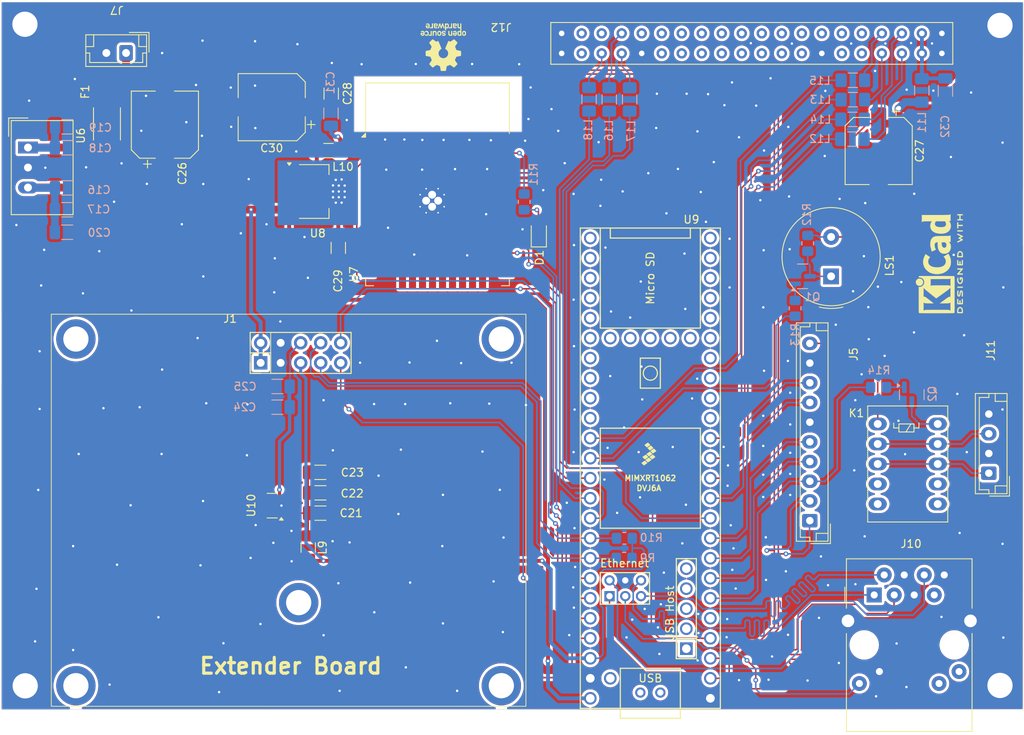
<source format=kicad_pcb>
(kicad_pcb (version 20240108) (generator "pcbnew") (generator_version "8.0")
  (layers (0 "F.Cu" signal) (31 "B.Cu" signal) (34 "B.Paste" user) (35 "F.Paste" user) (36 "B.SilkS" user "B.Silkscreen") (37 "F.SilkS" user "F.Silkscreen") (38 "B.Mask" user) (39 "F.Mask" user) (44 "Edge.Cuts" user))
  (net 0 "")
  (net 1 "GND")
  (net 2 "+3.3V")
  (net 3 "INP_SEL")
  (net 4 "UI05")
  (net 5 "+5V")
  (net 6 "UI06")
  (net 7 "SWR-Alarm")
  (net 8 "UI03")
  (net 9 "UI04")
  (net 10 "2,6V REF")
  (net 11 "+12V")
  (net 15 "GNDD")
  (net 16 "TXD1")
  (net 17 "RXD1")
  (net 30 "Net-(U8-VO)")
  (net 31 "Net-(U7-VDD)")
  (net 32 "Net-(J12-Pin_3)")
  (net 35 "Net-(D1-A)")
  (net 50 "Net-(U10-Vin)")
  (net 53 "Net-(J7-Pin_1)")
  (net 64 "Net-(J10-RD-)")
  (net 72 "Net-(J10-RD+)")
  (net 76 "Net-(J12-Pin_33)")
  (net 80 "Net-(J10-TD-)")
  (net 81 "Net-(J10-TD+)")
  (net 85 "Net-(J12-Pin_7)")
  (net 86 "Piezo Alarm")
  (net 92 "Net-(U9-LED)")
  (net 96 "SCL0")
  (net 97 "SDA0")
  (net 98 "RA8875-5")
  (net 99 "RA8875-33")
  (net 100 "RA8875-7")
  (net 101 "RA8875-6")
  (net 102 "RA8875-34")
  (net 103 "RA8875-8")
  (net 104 "RA8875-35")
  (net 109 "Net-(J12-Pin_35)")
  (net 122 "Net-(J12-Pin_8)")
  (net 125 "Net-(J12-Pin_5)")
  (net 127 "Net-(J12-Pin_6)")
  (net 128 "Net-(J12-Pin_34)")
  (net 132 "Net-(J11-Pin_1)")
  (net 134 "Net-(Q2-C)")
  (net 136 "Net-(J11-Pin_3)")
  (net 137 "Net-(Q1-C)")
  (net 138 "Net-(Q1-B)")
  (net 139 "Net-(Q2-B)")
  (net 140 "Net-(U7-IO23)")
  (net 141 "IO0")
  (net 142 "ESP_EN")
  (net 143 "ESP_RXD5")
  (net 144 "ESP_TXD5")
  (net 145 "ESP_TXD1")
  (net 146 "ESP_RXD1")
  (net 147 "INP_SEL2")
  (footprint "Symbol:KiCad-Logo2_5mm_SilkScreen" (layer "F.Cu") (at 202.01 81.72 90)
    (property "Reference" "REF**" (hide yes))
    (property "Value" "KiCad-Logo2_5mm_SilkScreen" (hide yes))
  )
  (footprint "Inductor_SMD:L_1206_3216Metric_Pad1.42x1.75mm_HandSolder" (layer "F.Cu") (at 124.49 67.36 180)
    (property "Reference" "L10")
    (property "Value" "L")
  )
  (footprint "Connector_Samtec_HLE_THT:Samtec_HLE-120-02-xx-DV-TE_2x20_P2.54mm_Horizontal" (layer "F.Cu") (at 202.34 55.02 180)
    (property "Reference" "J12")
    (property "Value" "Conn_02x20_Odd_Even")
  )
  (footprint "RF_Module:ESP32-WROOM-32" (layer "F.Cu") (at 138.32 74.63)
    (property "Reference" "U7")
    (property "Value" "ESP32-WROOM-32")
  )
  (footprint "Capacitor_SMD:CP_Elec_8x11.9" (layer "F.Cu") (at 103.72 64.07 90)
    (property "Reference" "C26")
    (property "Value" "100uF")
  )
  (footprint "Capacitor_SMD:C_1206_3216Metric_Pad1.33x1.80mm_HandSolder" (layer "F.Cu") (at 123.4625 110.8 180)
    (property "Reference" "C22")
    (property "Value" "10n")
  )
  (footprint "Converter_DCDC:Converter_DCDC_TRACO_TSR-1_THT" (layer "F.Cu") (at 86.34 66.97 -90)
    (property "Reference" "U6")
    (property "Value" "TSR_1-24150")
  )
  (footprint "Connector_RJ:RJ45_Amphenol_RJMG1BD3B8K1ANR" (layer "F.Cu") (at 193.75 123.76)
    (property "Reference" "J10")
    (property "Value" "RJ45_Amphenol_RJMG1BD3B8K1ANR")
  )
  (footprint "Connector_JST:JST_EH_B2B-EH-A_1x02_P2.50mm_Vertical" (layer "F.Cu") (at 98.79 54.97 180)
    (property "Reference" "J7")
    (property "Value" "Conn_01x02_Socket")
  )
  (footprint "Capacitor_SMD:C_1206_3216Metric_Pad1.33x1.80mm_HandSolder" (layer "F.Cu") (at 123.45 108.2 180)
    (property "Reference" "C23")
    (property "Value" "1n")
  )
  (footprint "Buzzer_Beeper:Buzzer_TDK_PS1240P02BT_D12.2mm_H6.5mm" (layer "F.Cu") (at 188.28 83.320784 90)
    (property "Reference" "LS1")
    (property "Value" "Speaker_Crystal" (hide yes))
  )
  (footprint "Capacitor_SMD:C_1206_3216Metric_Pad1.33x1.80mm_HandSolder" (layer "F.Cu") (at 123.4625 113.375 180)
    (property "Reference" "C21")
    (property "Value" "10µF")
  )
  (footprint "Capacitor_SMD:C_1206_3216Metric_Pad1.33x1.80mm_HandSolder" (layer "F.Cu") (at 125.73 79.71 90)
    (property "Reference" "C29")
    (property "Value" "1n")
  )
  (footprint "Capacitor_SMD:CP_Elec_8x11.9" (layer "F.Cu") (at 194.32 67.41 -90)
    (property "Reference" "C27")
    (property "Value" "100uF")
  )
  (footprint "Symbol:OSHW-Logo_5.7x6mm_SilkScreen" (layer "F.Cu") (at 139.07 54.24 180)
    (property "Reference" "REF**" (hide yes))
    (property "Value" "OSHW-Logo_5.7x6mm_SilkScreen" (hide yes))
  )
  (footprint "Relay_THT:Relay_DPDT_FRT5" (layer "F.Cu") (at 194.195 102.055)
    (property "Reference" "K1")
    (property "Value" "FRT5")
  )
  (footprint "Connector_JST:JST_EH_B10B-EH-A_1x10_P2.50mm_Vertical" (layer "F.Cu") (at 185.58 114.33 90)
    (property "Reference" "J5")
    (property "Value" "Conn_01x10_Socket")
  )
  (footprint "Capacitor_SMD:CP_Elec_8x11.9" (layer "F.Cu") (at 117.28 61.85 180)
    (property "Reference" "C30")
    (property "Value" "100uF")
  )
  (footprint "LED_SMD:LED_0805_2012Metric" (layer "F.Cu") (at 151.18 77.9 90)
    (property "Reference" "D1")
    (property "Value" "LED")
  )
  (footprint "Fuse:Fuse_2512_6332Metric_Pad1.52x3.35mm_HandSolder" (layer "F.Cu") (at 96.365 63.97 -90)
    (property "Reference" "F1")
    (property "Value" "Polyfuse")
  )
  (footprint "Connector_JST:JST_EH_B4B-EH-A_1x04_P2.50mm_Vertical" (layer "F.Cu") (at 208.3 108.3 90)
    (property "Reference" "J11")
    (property "Value" "Conn_01x04_Socket")
  )
  (footprint "Capacitor_SMD:C_1206_3216Metric_Pad1.33x1.80mm_HandSolder" (layer "F.Cu") (at 124.83 60.13 -90)
    (property "Reference" "C28")
    (property "Value" "10n")
  )
  (footprint "Package_TO_SOT_SMD:SOT-223-3_TabPin2" (layer "F.Cu") (at 122.64 72.55)
    (property "Reference" "U8")
    (property "Value" "AMS1117-3.3")
  )
  (footprint "Package_TO_SOT_SMD:SOT-23" (layer "F.Cu") (at 117.3375 112.425 180)
    (property "Reference" "U10")
    (property "Value" "ISL60002DIH326Z")
  )
  (footprint "teensy.pretty-master:Teensy41" (layer "F.Cu") (at 165.335 107.67 90)
    (property "Reference" "U9")
    (property "Value" "Teensy4.1")
  )
  (footprint "Inductor_SMD:L_1206_3216Metric_Pad1.42x1.75mm_HandSolder" (layer "F.Cu") (at 121.9125 117.75 -90)
    (property "Reference" "L9")
    (property "Value" "L")
  )
  (footprint "Connector_PinHeader_2.54mm:PinHeader_2x05_P2.54mm_Vertical" (layer "F.Cu") (at 115.875 94.3 90)
    (property "Reference" "J1")
    (property "Value" "Conn_02x05_Odd_Even")
  )
  (footprint "Inductor_SMD:L_1206_3216Metric_Pad1.42x1.75mm_HandSolder" (layer "B.Cu") (at 160.12 60.87 -90)
    (property "Reference" "L16")
    (property "Value" "L")
  )
  (footprint "Resistor_SMD:R_0805_2012Metric_Pad1.20x1.40mm_HandSolder" (layer "B.Cu") (at 185.31 79.13 90)
    (property "Reference" "R12")
    (property "Value" "1k")
  )
  (footprint "Capacitor_SMD:C_1206_3216Metric_Pad1.33x1.80mm_HandSolder" (layer "B.Cu") (at 202.79 59.76 90)
    (property "Reference" "C32")
    (property "Value" "100n")
  )
  (footprint "Package_TO_SOT_SMD:SOT-23" (layer "B.Cu") (at 184.6475 83.32)
    (property "Reference" "Q1")
    (property "Value" "MMBT3904")
  )
  (footprint "Inductor_SMD:L_1206_3216Metric_Pad1.42x1.75mm_HandSolder" (layer "B.Cu") (at 157.56 60.85 -90)
    (property "Reference" "L18")
    (property "Value" "L")
  )
  (footprint "Capacitor_SMD:C_1206_3216Metric_Pad1.33x1.80mm_HandSolder" (layer "B.Cu") (at 91.34 64.345 180)
    (property "Reference" "C19")
    (property "Value" "1n")
  )
  (footprint "Resistor_SMD:R_0805_2012Metric_Pad1.20x1.40mm_HandSolder" (layer "B.Cu") (at 162.04 116.57)
    (property "Reference" "R10")
    (property "Value" "2k2")
  )
  (footprint "Capacitor_SMD:C_1206_3216Metric_Pad1.33x1.80mm_HandSolder" (layer "B.Cu") (at 124.8 62.65 -90)
    (property "Reference" "C31")
    (property "Value" "10n")
  )
  (footprint "Capacitor_SMD:C_1206_3216Metric_Pad1.33x1.80mm_HandSolder" (layer "B.Cu") (at 118 97.3)
    (property "Reference" "C25")
    (property "Value" "1n")
  )
  (footprint "Resistor_SMD:R_0805_2012Metric_Pad1.20x1.40mm_HandSolder" (layer "B.Cu") (at 149.32 73.87 90)
    (property "Reference" "R11")
    (property "Value" "1k")
  )
  (footprint "Capacitor_SMD:C_1206_3216Metric_Pad1.33x1.80mm_HandSolder" (layer "B.Cu") (at 118 99.925)
    (property "Reference" "C24")
    (property "Value" "10n")
  )
  (footprint "Inductor_SMD:L_1206_3216Metric_Pad1.42x1.75mm_HandSolder" (layer "B.Cu") (at 191 63.4 180)
    (property "Reference" "L14")
    (property "Value" "L")
  )
  (footprint "Capacitor_SMD:C_1206_3216Metric_Pad1.33x1.80mm_HandSolder" (layer "B.Cu") (at 91.315 77.72 180)
    (property "Reference" "C20")
    (property "Value" "10µF")
  )
  (footprint "Capacitor_SMD:C_1206_3216Metric_Pad1.33x1.80mm_HandSolder" (layer "B.Cu") (at 91.3275 72.095 180)
    (property "Reference" "C16")
    (property "Value" "1n")
  )
  (footprint "Package_TO_SOT_SMD:SOT-23" (layer "B.Cu") (at 198.52 98.3375 -90)
    (property "Reference" "Q2")
    (property "Value" "MMBT3904")
  )
  (footprint "Resistor_SMD:R_0805_2012Metric_Pad1.20x1.40mm_HandSolder" (layer "B.Cu") (at 194.3 97.41)
    (property "Reference" "R14")
    (property "Value" "4k7")
  )
  (footprint "Inductor_SMD:L_1206_3216Metric_Pad1.42x1.75mm_HandSolder" (layer "B.Cu") (at 191.04 60.89 180)
    (property "Reference" "L13")
    (property "Value" "L")
  )
  (footprint "Inductor_SMD:L_1206_3216Metric_Pad1.42x1.75mm_HandSolder" (layer "B.Cu") (at 199.79 59.72 -90)
    (property "Reference" "L11")
    (property "Value" "L")
  )
  (footprint "Resistor_SMD:R_0805_2012Metric_Pad1.20x1.40mm_HandSolder" (layer "B.Cu") (at 183.71 87.38 90)
    (property "Reference" "R13")
    (property "Value" "10k")
  )
  (footprint "Capacitor_SMD:C_1206_3216Metric_Pad1.33x1.80mm_HandSolder" (layer "B.Cu") (at 91.315 74.87 180)
    (property "Reference" "C17")
    (property "Value" "10n")
  )
  (footprint "Resistor_SMD:R_0805_2012Metric_Pad1.20x1.40mm_HandSolder" (layer "B.Cu") (at 162.015 119.095)
    (property "Reference" "R9")
    (property "Value" "2k2")
  )
  (footprint "Inductor_SMD:L_1206_3216Metric_Pad1.42x1.75mm_HandSolder" (layer "B.Cu") (at 191.04 58.43 180)
    (property "Reference" "L15")
    (property "Value" "L")
  )
  (footprint "Capacitor_SMD:C_1206_3216Metric_Pad1.33x1.80mm_HandSolder" (layer "B.Cu") (at 91.315 66.995 180)
    (property "Reference" "C18")
    (property "Value" "10n")
  )
  (footprint "Inductor_SMD:L_1206_3216Metric_Pad1.42x1.75mm_HandSolder" (layer "B.Cu") (at 162.71 60.87 -90)
    (property "Reference" "L17")
    (property "Value" "L")
  )
  (footprint "Inductor_SMD:L_1206_3216Metric_Pad1.42x1.75mm_HandSolder" (layer "B.Cu") (at 190.98 65.9 180)
    (property "Reference" "L12")
    (property "Value" "L")
  )
  (gr_rect (start 118.12 68.7) (end 128.12 76.72) (stroke (width 0.2)) (fill solid) (layer "B.Cu") (net 30))
  (gr_rect (start 89.3 88.13) (end 149.54 137.89) (stroke (width 0.1)) (fill none) (layer "F.SilkS"))
  (gr_line (start 117.15 90.45) (end 117.175 90.45) (stroke (width 0.1)) (layer "F.SilkS"))
  (gr_line (start 114.55 93.05) (end 117.15 93.05) (stroke (width 0.1)) (layer "F.SilkS"))
  (gr_line (start 114.55 90.45) (end 115.875 90.45) (stroke (width 0.1)) (layer "F.SilkS"))
  (gr_line (start 114.55 95.65) (end 114.55 93.05) (stroke (width 0.1)) (layer "F.SilkS"))
  (gr_line (start 117.15 93.05) (end 117.15 90.45) (stroke (width 0.1)) (layer "F.SilkS"))
  (gr_line (start 127.35 90.45) (end 127.35 95.65) (stroke (width 0.1)) (layer "F.SilkS"))
  (gr_line (start 127.35 95.65) (end 114.55 95.65) (stroke (width 0.1)) (layer "F.SilkS"))
  (gr_line (start 114.55 91.775) (end 114.55 90.45) (stroke (width 0.1)) (layer "F.SilkS"))
  (gr_line (start 117.175 90.45) (end 127.35 90.45) (stroke (width 0.1)) (layer "F.SilkS"))
  (gr_rect (start 82.99 48.52) (end 212.64 138.295) (stroke (width 0.05)) (fill none) (layer "Edge.Cuts"))
  (gr_rect (start 127.74 57.945) (end 149.015 64.97) (stroke (width 0.05)) (fill none) (layer "Edge.Cuts"))
  (gr_text "DJ1YR" (at 212.365 79.445 90) (layer "F.Cu") (effects (font (size 1.5 1.5) (thickness 0.3) (bold yes)) (justify left bottom)))
  (gr_text "REV 3.1" (at 83.165 88.645 270) (layer "F.Cu") (effects (font (size 1.3 1.3) (thickness 0.3) (bold yes)) (justify left bottom)))
  (gr_text "Extender Board" (at 107.91 133.95 0) (layer "F.SilkS") (effects (font (size 2 2) (thickness 0.4) (bold yes)) (justify left bottom)))
  (via (at 146.425 91.275) (size 5) (drill 3.2) (layers "F.Cu" "B.Cu") (net 1))
  (via (at 146.425 135.275) (size 5) (drill 3.2) (layers "F.Cu" "B.Cu") (net 1))
  (via (at 120.699999 124.733068) (size 5) (drill 3.2) (layers "F.Cu" "B.Cu") (net 1))
  (via (at 92.425 135.275) (size 5) (drill 3.2) (layers "F.Cu" "B.Cu") (net 1))
  (via (at 92.425 91.275) (size 5) (drill 3.2) (layers "F.Cu" "B.Cu") (net 1))
  (segment (start 151.5975 119.4325) (end 123.85 119.4325) (width 0.5) (layer "F.Cu") (net 2))
  (segment (start 123.85 119.4325) (end 122.1075 119.4325) (width 0.5) (layer "F.Cu") (net 2))
  (segment (start 122.1075 119.4325) (end 121.9125 119.2375) (width 0.5) (layer "F.Cu") (net 2))
  (via (at 151.5975 119.4325) (size 0.6) (drill 0.3) (layers "F.Cu" "B.Cu") (net 2))
  (via (at 123.85 119.4325) (size 0.6) (drill 0.3) (layers "F.Cu" "B.Cu") (net 2))
  (segment (start 152.695 120.53) (end 152.695 127.675) (width 0.5) (layer "B.Cu") (net 2))
  (segment (start 159.315 125.42) (end 158.99 125.095) (width 0.2) (layer "B.Cu") (net 2))
  (segment (start 120.955 94.3) (end 120.955 95.63) (width 0.4) (layer "B.Cu") (net 2))
  (segment (start 159.465 120.495) (end 164.19 120.495) (width 0.2) (layer "B.Cu") (net 2))
  (segment (start 152.695 129.775) (end 152.695 127.675) (width 0.5) (layer "B.Cu") (net 2))
  (segment (start 154.72 131.8) (end 152.695 129.775) (width 0.5) (layer "B.Cu") (net 2))
  (segment (start 164.24 117.82) (end 163.065 117.82) (width 0.2) (layer "B.Cu") (net 2))
  (segment (start 120.955 95.63) (end 121.625 96.3) (width 0.4) (layer "B.Cu") (net 2))
  (segment (start 158.81 131.8) (end 159.315 131.295) (width 0.2) (layer "B.Cu") (net 2))
  (segment (start 157.715 131.8) (end 158.81 131.8) (width 0.2) (layer "B.Cu") (net 2))
  (segment (start 158.99 125.095) (end 158.99 120.97) (width 0.2) (layer "B.Cu") (net 2))
  (segment (start 163.04 119.07) (end 163.015 119.095) (width 0.2) (layer "B.Cu") (net 2))
  (segment (start 164.565 120.12) (end 164.565 118.145) (width 0.2) (layer "B.Cu") (net 2))
  (segment (start 121.625 117.175) (end 123.9 119.45) (width 0.4) (layer "B.Cu") (net 2))
  (segment (start 164.19 120.495) (end 164.565 120.12) (width 0.2) (layer "B.Cu") (net 2))
  (segment (start 159.315 131.295) (end 159.315 125.42) (width 0.2) (layer "B.Cu") (net 2))
  (segment (start 121.625 96.3) (end 121.625 117.175) (width 0.4) (layer "B.Cu") (net 2))
  (segment (start 158.99 120.97) (end 159.465 120.495) (width 0.2) (layer "B.Cu") (net 2))
  (segment (start 163.04 116.57) (end 163.04 117.77) (width 0.2) (layer "B.Cu") (net 2))
  (segment (start 164.565 118.145) (end 164.24 117.82) (width 0.2) (layer "B.Cu") (net 2))
  (segment (start 151.5975 119.4325) (end 152.695 120.53) (width 0.5) (layer "B.Cu") (net 2))
  (segment (start 157.715 131.8) (end 154.72 131.8) (width 0.5) (layer "B.Cu") (net 2))
  (segment (start 163.04 117.77) (end 163.04 119.07) (width 0.2) (layer "B.Cu") (net 2))
  (segment (start 154.605 108.93) (end 153.35 107.675) (width 0.2) (layer "F.Cu") (net 3))
  (segment (start 151.5 84.9) (end 148.85 84.9) (width 0.2) (layer "F.Cu") (net 3))
  (segment (start 153.35 107.675) (end 153.35 86.75) (width 0.2) (layer "F.Cu") (net 3))
  (segment (start 157.695 108.93) (end 154.605 108.93) (width 0.2) (layer "F.Cu") (net 3))
  (segment (start 153.35 86.75) (end 151.5 84.9) (width 0.2) (layer "F.Cu") (net 3))
  (via (at 148.85 84.9) (size 0.6) (drill 0.3) (layers "F.Cu" "B.Cu") (net 3))
  (segment (start 126.025 91.75) (end 126.035 91.76) (width 0.2) (layer "B.Cu") (net 3))
  (segment (start 148.85 84.9) (end 129.3 84.9) (width 0.2) (layer "B.Cu") (net 3))
  (segment (start 129.3 84.9) (end 126.025 88.175) (width 0.2) (layer "B.Cu") (net 3))
  (segment (start 126.025 88.175) (end 126.025 91.75) (width 0.2) (layer "B.Cu") (net 3))
  (segment (start 182.665 99.345) (end 185.54 99.345) (width 0.2) (layer "B.Cu") (net 4))
  (segment (start 176.36 116.55) (end 177.59 115.32) (width 0.2) (layer "B.Cu") (net 4))
  (segment (start 177.59 115.32) (end 177.59 104.42) (width 0.2) (layer "B.Cu") (net 4))
  (segment (start 172.935 116.55) (end 176.36 116.55) (width 0.2) (layer "B.Cu") (net 4))
  (segment (start 177.59 104.42) (end 182.665 99.345) (width 0.2) (layer "B.Cu") (net 4))
  (segment (start 152.35 125.33) (end 152.3475 125.3275) (width 0.5) (layer "F.Cu") (net 5))
  (segment (start 185.58 91.83) (end 188.7 91.83) (width 0.2) (layer "F.Cu") (net 5))
  (segment (start 205.03 51.310484) (end 205.03 58.41) (width 1) (layer "F.Cu") (net 5))
  (segment (start 194.32 63.935) (end 195.865 63.935) (width 1) (layer "F.Cu") (net 5))
  (segment (start 194.135 93.33) (end 194.195 93.39) (width 0.2) (layer "F.Cu") (net 5))
  (segment (start 117.25 51.89) (end 119.06 50.08) (width 1) (layer "F.Cu") (net 5))
  (segment (start 188.28 78.320784) (end 191.270784 78.320784) (width 0.2) (layer "F.Cu") (net 5))
  (segment (start 191.28 78.33) (end 191.28 65.55) (width 0.2) (layer "F.Cu") (net 5))
  (segment (start 119.49 74.85) (end 116.66 74.85) (width 1) (layer "F.Cu") (net 5))
  (segment (start 190.2 93.33) (end 194.135 93.33) (width 0.2) (layer "F.Cu") (net 5))
  (segment (start 194.195 93.39) (end 194.195 86.715) (width 0.2) (layer "F.Cu") (net 5))
  (segment (start 122.126459 86.29712) (end 119.49 83.660661) (width 0.5) (layer "F.Cu") (net 5))
  (segment (start 119.06 50.08) (end 203.799516 50.08) (width 1) (layer "F.Cu") (net 5))
  (segment (start 151.97 118.744339) (end 151.97 87.495) (width 0.5) (layer "F.Cu") (net 5))
  (segment (start 117.25 55.735786) (end 117.25 51.89) (width 1) (layer "F.Cu") (net 5))
  (segment (start 191.28 83.8) (end 191.28 78.33) (width 0.2) (layer "F.Cu") (net 5))
  (segment (start 117.24 55.745786) (end 117.25 55.735786) (width 1) (layer "F.Cu") (net 5))
  (segment (start 101.585 74.85) (end 98.785 72.05) (width 1) (layer "F.Cu") (net 5))
  (segment (start 192.895 63.935) (end 194.32 63.935) (width 0.2) (layer "F.Cu") (net 5))
  (segment (start 188.7 91.83) (end 190.2 93.33) (width 0.2) (layer "F.Cu") (net 5))
  (segment (start 152.3475 119.121839) (end 151.97 118.744339) (width 0.5) (layer "F.Cu") (net 5))
  (segment (start 116.66 74.85) (end 101.585 74.85) (width 1) (layer "F.Cu") (net 5))
  (segment (start 117.24 64.54) (end 117.24 55.745786) (width 1) (layer "F.Cu") (net 5))
  (segment (start 194.195 86.715) (end 191.28 83.8) (width 0.2) (layer "F.Cu") (net 5))
  (segment (start 119.49 83.660661) (end 119.49 74.85) (width 0.5) (layer "F.Cu") (net 5))
  (segment (start 195.865 63.935) (end 196.86 62.94) (width 1) (layer "F.Cu") (net 5))
  (segment (start 116.66 65.12) (end 117.24 64.54) (width 1) (layer "F.Cu") (net 5))
  (segment (start 203.799516 50.08) (end 205.03 51.310484) (width 1) (layer "F.Cu") (net 5))
  (segment (start 152.3475 125.3275) (end 152.3475 119.121839) (width 0.5) (layer "F.Cu") (net 5))
  (segment (start 196.86 62.94) (end 196.86 61.99) (width 1) (layer "F.Cu") (net 5))
  (segment (start 116.66 74.85) (end 116.66 65.12) (width 1) (layer "F.Cu") (net 5))
  (segment (start 201.45 61.99) (end 196.86 61.99) (width 1) (layer "F.Cu") (net 5))
  (segment (start 191.270784 78.320784) (end 191.28 78.33) (width 0.2) (layer "F.Cu") (net 5))
  (segment (start 194.195 102.055) (end 194.195 93.39) (width 0.2) (layer "F.Cu") (net 5))
  (segment (start 205.03 58.41) (end 201.45 61.99) (width 1) (layer "F.Cu") (net 5))
  (segment (start 86.34 72.05) (end 98.785 72.05) (width 1) (layer "F.Cu") (net 5))
  (segment (start 152.35 132.15) (end 152.35 125.33) (width 0.5) (layer "F.Cu") (net 5))
  (segment (start 151.97 87.495) (end 150.77212 86.29712) (width 0.5) (layer "F.Cu") (net 5))
  (segment (start 191.28 65.55) (end 192.895 63.935) (width 0.2) (layer "F.Cu") (net 5))
  (segment (start 150.77212 86.29712) (end 122.126459 86.29712) (width 0.5) (layer "F.Cu") (net 5))
  (via (at 152.35 132.15) (size 0.6) (drill 0.3) (layers "F.Cu" "B.Cu") (net 5))
  (via (at 196.86 61.99) (size 1) (drill 0.6) (layers "F.Cu" "B.Cu") (net 5))
  (via (at 114.66 74.85) (size 0.6) (drill 0.3) (layers "F.Cu" "B.Cu") (net 5))
  (segment (start 152.35 132.15) (end 152.35 135.455) (width 0.5) (layer "B.Cu") (net 5))
  (segment (start 186.49 78.13) (end 185.31 78.13) (width 0.2) (layer "B.Cu") (net 5))
  (segment (start 186.680784 78.320784) (end 186.49 78.13) (width 0.2) (layer "B.Cu") (net 5))
  (segment (start 115.875 91.76) (end 115.875 89.1) (width 0.5) (layer "B.Cu") (net 5))
  (segment (start 199.79 61.2075) (end 197.6425 61.2075) (width 1) (layer "B.Cu") (net 5))
  (segment (start 115.875 89.1) (end 114.66 87.885) (width 0.5) (layer "B.Cu") (net 5))
  (segment (start 114.66 87.885) (end 114.66 74.85) (width 0.5) (layer "B.Cu") (net 5))
  (segment (start 188.28 78.320784) (end 186.680784 78.320784) (width 0.2) (layer "B.Cu") (net 5))
  (segment (start 89.765 72.095) (end 86.385 72.095) (width 1) (layer "B.Cu") (net 5))
  (segment (start 115.875 94.3) (end 115.875 91.76) (width 0.5) (layer "B.Cu") (net 5))
  (segment (start 197.6425 61.2075) (end 196.86 61.99) (width 1) (layer "B.Cu") (net 5))
  (segment (start 152.35 135.455) (end 153.775 136.88) (width 0.5) (layer "B.Cu") (net 5))
  (segment (start 89.7525 72.1075) (end 89.765 72.095) (width 1) (layer "B.Cu") (net 5))
  (segment (start 86.385 72.095) (end 86.34 72.05) (width 1) (layer "B.Cu") (net 5))
  (segment (start 153.775 136.88) (end 157.715 136.88) (width 0.5) (layer "B.Cu") (net 5))
  (segment (start 89.7525 74.87) (end 89.7525 77.72) (width 1) (layer "B.Cu") (net 5))
  (segment (start 89.7525 74.87) (end 89.7525 72.1075) (width 1) (layer "B.Cu") (net 5))
  (segment (start 177.14 102.22) (end 182.515 96.845) (width 0.2) (layer "B.Cu") (net 6))
  (segment (start 182.515 96.845) (end 185.54 96.845) (width 0.2) (layer "B.Cu") (net 6))
  (segment (start 177.14 110.045) (end 177.14 102.22) (width 0.2) (layer "B.Cu") (net 6))
  (segment (start 175.705 111.48) (end 177.14 110.045) (width 0.2) (layer "B.Cu") (net 6))
  (segment (start 172.955 111.48) (end 175.705 111.48) (width 0.2) (layer "B.Cu") (net 6))
  (segment (start 187.465 109.345) (end 185.54 109.345) (width 0.2) (layer "B.Cu") (net 7))
  (segment (start 189.06 98.98) (end 189.06 107.75) (width 0.2) (layer "B.Cu") (net 7))
  (segment (start 190.63 97.41) (end 189.06 98.98) (width 0.2) (layer "B.Cu") (net 7))
  (segment (start 178.965 123.195) (end 178.965 113.37) (width 0.2) (layer "B.Cu") (net 7))
  (segment (start 178.965 113.37) (end 182.99 109.345) (width 0.2) (layer "B.Cu") (net 7))
  (segment (start 182.99 109.345) (end 185.54 109.345) (width 0.2) (layer "B.Cu") (net 7))
  (segment (start 172.955 124.18) (end 177.98 124.18) (width 0.2) (layer "B.Cu") (net 7))
  (segment (start 193.3 97.41) (end 190.63 97.41) (width 0.2) (layer "B.Cu") (net 7))
  (segment (start 177.98 124.18) (end 178.965 123.195) (width 0.2) (layer "B.Cu") (net 7))
  (segment (start 189.06 107.75) (end 187.465 109.345) (width 0.2) (layer "B.Cu") (net 7))
  (segment (start 178.465 111.195) (end 182.815 106.845) (width 0.2) (layer "B.Cu") (net 8))
  (segment (start 178.465 120.495) (end 178.465 111.195) (width 0.2) (layer "B.Cu") (net 8))
  (segment (start 177.33 121.63) (end 178.465 120.495) (width 0.2) (layer "B.Cu") (net 8))
  (segment (start 172.935 121.63) (end 177.33 121.63) (width 0.2) (layer "B.Cu") (net 8))
  (segment (start 182.815 106.845) (end 185.54 106.845) (width 0.2) (layer "B.Cu") (net 8))
  (segment (start 178.04 117.895) (end 178.04 108.945) (width 0.2) (layer "B.Cu") (net 9))
  (segment (start 178.04 108.945) (end 182.64 104.345) (width 0.2) (layer "B.Cu") (net 9))
  (segment (start 182.64 104.345) (end 185.54 104.345) (width 0.2) (layer "B.Cu") (net 9))
  (segment (start 172.955 119.1) (end 176.835 119.1) (width 0.2) (layer "B.Cu") (net 9))
  (segment (start 176.835 119.1) (end 178.04 117.895) (width 0.2) (layer "B.Cu") (net 9))
  (segment (start 118.2625 110.4) (end 118.275 110.4125) (width 0.2) (layer "F.Cu") (net 10))
  (segment (start 118.275 111.475) (end 118.275 110.4125) (width 0.4) (layer "F.Cu") (net 10))
  (via (at 118.2625 110.4) (size 0.6) (drill 0.3) (layers "F.Cu" "B.Cu") (net 10))
  (segment (start 119.6 93.115) (end 120.955 91.76) (width 0.2) (layer "B.Cu") (net 10))
  (segment (start 119.6 97.2125) (end 119.6 93.115) (width 0.2) (layer "B.Cu") (net 10))
  (segment (start 118.2625 104.2625) (end 119.55 102.975) (width 0.4) (layer "B.Cu") (net 10))
  (segment (start 119.5125 97.3) (end 119.6 97.2125) (width 0.2) (layer "B.Cu") (net 10))
  (segment (start 118.2625 110.4) (end 118.2625 104.2625) (width 0.4) (layer "B.Cu") (net 10))
  (segment (start 119.55 102.975) (end 119.55 99.9375) (width 0.4) (layer "B.Cu") (net 10))
  (segment (start 119.55 99.9375) (end 119.5625 99.925) (width 0.2) (layer "B.Cu") (net 10))
  (segment (start 119.5125 99.925) (end 119.5125 97.3) (width 0.5) (layer "B.Cu") (net 10))
  (segment (start 96.365 66.9575) (end 103.1325 66.9575) (width 1) (layer "F.Cu") (net 11))
  (segment (start 86.34 66.97) (end 96.3525 66.97) (width 1) (layer "F.Cu") (net 11))
  (segment (start 96.3525 66.97) (end 96.365 66.9575) (width 1) (layer "F.Cu") (net 11))
  (segment (start 103.1325 66.9575) (end 103.72 67.545) (width 1) (layer "F.Cu") (net 11))
  (segment (start 89.7775 64.345) (end 89.7775 66.97) (width 1) (layer "B.Cu") (net 11))
  (segment (start 86.365 66.995) (end 86.34 66.97) (width 1) (layer "B.Cu") (net 11))
  (segment (start 89.7525 66.995) (end 86.365 66.995) (width 1) (layer "B.Cu") (net 11))
  (segment (start 89.7775 66.97) (end 89.7525 66.995) (width 1) (layer "B.Cu") (net 11))
  (via (at 202.29 126.545) (size 0.6) (drill 0.3) (layers "F.Cu" "B.Cu") (net 15))
  (via (at 134.12 65.955) (size 0.6) (drill 0.3) (layers "F.Cu" "B.Cu") (net 15))
  (via (at 171.34 132.07) (size 0.6) (drill 0.3) (layers "F.Cu" "B.Cu") (net 15))
  (via (at 174.64 104.97) (size 0.6) (drill 0.3) (layers "F.Cu" "B.Cu") (net 15))
  (via (at 182.795 94.055) (size 0.6) (drill 0.3) (layers "F.Cu" "B.Cu") (net 15))
  (via (at 87.82 100.155) (size 0.6) (drill 0.3) (layers "F.Cu" "B.Cu") (net 15))
  (via (at 174.74 61.595) (size 0.6) (drill 0.3) (layers "F.Cu" "B.Cu") (net 15))
  (via (at 139.945 99.43) (size 0.6) (drill 0.3) (layers "F.Cu" "B.Cu") (net 15))
  (via (at 135.565 56.37) (size 0.6) (drill 0.3) (layers "F.Cu" "B.Cu") (net 15))
  (via (at 180.79 131.57) (size 0.6) (drill 0.3) (layers "F.Cu" "B.Cu") (net 15))
  (via (at 192.44 80.76) (size 0.6) (drill 0.3) (layers "F.Cu" "B.Cu") (net 15))
  (via (at 97.65 119.92) (size 0.6) (drill 0.3) (layers "F.Cu" "B.Cu") (net 15))
  (via (at 192.15 95.75) (size 0.6) (drill 0.3) (layers "F.Cu" "B.Cu") (net 15))
  (via (at 170.64 98.82) (size 0.6) (drill 0.3) (layers "F.Cu" "B.Cu") (net 15))
  (via (at 149.545 99.655) (size 0.6) (drill 0.3) (layers "F.Cu" "B.Cu") (net 15))
  (via (at 168.84 69.69) (size 0.6) (drill 0.3) (layers "F.Cu" "B.Cu") (net 15))
  (via (at 139.01 111.05) (size 0.6) (drill 0.3) (layers "F.Cu" "B.Cu") (net 15))
  (via (at 149.865 63.355) (size 0.6) (drill 0.3) (layers "F.Cu" "B.Cu") (net 15))
  (via (at 180.02 121.85) (size 0.6) (drill 0.3) (layers "F.Cu" "B.Cu") (net 15))
  (via (at 161.82 72.54) (size 0.6) (drill 0.3) (layers "F.Cu" "B.Cu") (net 15))
  (via (at 168.22 128.41) (size 0.6) (drill 0.3) (layers "F.Cu" "B.Cu") (net 15))
  (via (at 110.6 136.09) (size 0.6) (drill 0.3) (layers "F.Cu" "B.Cu") (net 15))
  (via (at 210.04 66.345) (size 0.6) (drill 0.3) (layers "F.Cu" "B.Cu") (net 15))
  (via (at 152.79 62.095) (size 0.6) (drill 0.3) (layers "F.Cu" "B.Cu") (net 15))
  (via (at 172.395 76.405) (size 0.6) (drill 0.3) (layers "F.Cu" "B.Cu") (net 15))
  (via (at 201.26 59.75) (size 0.6) (drill 0.3) (layers "F.Cu" "B.Cu") (net 15))
  (via (at 96.7 135.14) (size 0.6) (drill 0.3) (layers "F.Cu" "B.Cu") (net 15))
  (via (at 148.69 56.395) (size 0.6) (drill 0.3) (layers "F.Cu" "B.Cu") (net 15))
  (via (at 176.59 134.57) (size 0.6) (drill 0.3) (layers "F.Cu" "B.Cu") (net 15))
  (via (at 166.49 131.245) (size 0.6) (drill 0.3) (layers "F.Cu" "B.Cu") (net 15))
  (via (at 161.12 113.34) (size 0.6) (drill 0.3) (layers "F.Cu" "B.Cu") (net 15))
  (via (at 176.165 122.945) (size 0.6) (drill 0.3) (layers "F.Cu" "B.Cu") (net 15))
  (via (at 175.015 129.12) (size 0.6) (drill 0.3) (layers "F.Cu" "B.Cu") (net 15))
  (via (at 171.74 72.62) (size 0.6) (drill 0.3) (layers "F.Cu" "B.Cu") (net 15))
  (via (at 92.78 105.87) (size 0.6) (drill 0.3) (layers "F.Cu" "B.Cu") (net 15))
  (via (at 155.72 100.23) (size 0.6) (drill 0.3) (layers "F.Cu" "B.Cu") (net 15))
  (via (at 85.955 51.325) (size 5) (drill 3.2) (layers "F.Cu" "B.Cu") (net 15))
  (via (at 169.85 112.31) (size 0.6) (drill 0.3) (layers "F.Cu" "B.Cu") (net 15))
  (via (at 164.62 125.53) (size 0.6) (drill 0.3) (layers "F.Cu" "B.Cu") (net 15))
  (via (at 201.09 53.76) (size 0.6) (drill 0.3) (layers "F.Cu" "B.Cu") (net 15))
  (via (at 135.37 80.555) (size 0.6) (drill 0.3) (layers "F.Cu" "B.Cu") (net 15))
  (via (at 130.3 125.96) (size 0.6) (drill 0.3) (layers "F.Cu" "B.Cu") (net 15))
  (via (at 160.245 95.98) (size 0.6) (drill 0.3) (layers "F.Cu" "B.Cu") (net 15))
  (via (at 146.7 116.47) (size 0.6) (drill 0.3) (layers "F.Cu" "B.Cu") (net 15))
  (via (at 128.69 56.395) (size 0.6) (drill 0.3) (layers "F.Cu" "B.Cu") (net 15))
  (via (at 118.375 89.05) (size 0.6) (drill 0.3) (layers "F.Cu" "B.Cu") (net 15))
  (via (at 134.77 94.255) (size 0.6) (drill 0.3) (layers "F.Cu" "B.Cu") (net 15))
  (via (at 136.395 66.005) (size 0.6) (drill 0.3) (layers "F.Cu" "B.Cu") (net 15))
  (via (at 99.37 112.38) (size 0.6) (drill 0.3) (layers "F.Cu" "B.Cu") (net 15))
  (via (at 155.595 86.28) (size 0.6) (drill 0.3) (layers "F.Cu" "B.Cu") (net 15))
  (via (at 209.715 135.245) (size 5) (drill 3.2) (layers "F.Cu" "B.Cu") (net 15))
  (via (at 193.99 136.62) (size 0.6) (drill 0.3) (layers "F.Cu" "B.Cu") (net 15))
  (via (at 203.49 68.17) (size 0.6) (drill 0.3) (layers "F.Cu" "B.Cu") (net 15))
  (via (at 191.35 99.04) (size 0.6) (drill 0.3) (layers "F.Cu" "B.Cu") (net 15))
  (via (at 99.47 87.655) (size 0.6) (drill 0.3) (layers "F.Cu" "B.Cu") (net 15))
  (via (at 123.86 99.04) (size 0.6) (drill 0.3) (layers "F.Cu" "B.Cu") (net 15))
  (via (at 87.245 129.655) (size 0.6) (drill 0.3) (layers "F.Cu" "B.Cu") (net 15))
  (via (at 105.87 76.705) (size 0.6) (drill 0.3) (layers "F.Cu" "B.Cu") (net 15))
  (via (at 115.16 59.11) (size 0.6) (drill 0.3) (layers "F.Cu" "B.Cu") (net 15))
  (via (at 160.345 87.78) (size 0.6) (drill 0.3) (layers "F.Cu" "B.Cu") (net 15))
  (via (at 178.09 53.73) (size 0.6) (drill 0.3) (layers "F.Cu" "B.Cu") (net 15))
  (via (at 169.67 80.43) (size 0.6) (drill 0.3) (layers "F.Cu" "B.Cu") (net 15))
  (via (at 144.03 105.56) (size 0.6) (drill 0.3) (layers "F.Cu" "B.Cu") (net 15))
  (via (at 185.29 134.62) (size 0.6) (drill 0.3) (layers "F.Cu" "B.Cu") (net 15))
  (via (at 87.42 122.98) (size 0.6) (drill 0.3) (layers "F.Cu" "B.Cu") (net 15))
  (via (at 112.08 59.36) (size 0.6) (drill 0.3) (layers "F.Cu" "B.Cu") (net 15))
  (via (at 87.645 110.43) (size 0.6) (drill 0.3) (layers "F.Cu" "B.Cu") (net 15))
  (via (at 108.97 99.43) (size 0.6) (drill 0.3) (layers "F.Cu" "B.Cu") (net 15))
  (via (at 195.17 53.76) (size 0.6) (drill 0.3) (layers "F.Cu" "B.Cu") (net 15))
  (via (at 171.44 128.595) (size 0.6) (drill 0.3) (layers "F.Cu" "B.Cu") (net 15))
  (via (at 204.59 115.895) (size 0.6) (drill 0.3) (layers "F.Cu" "B.Cu") (net 15))
  (via (at 155.595 105.63) (size 0.6) (drill 0.3) (layers "F.Cu" "B.Cu") (net 15))
  (via (at 175.54 114.92) (size 0.6) (drill 0.3) (layers "F.Cu" "B.Cu") (net 15))
  (via (at 142.715 56.37) (size 0.6) (drill 0.3) (layers "F.Cu" "B.Cu") (net 15))
  (via (at 119.805 119.485) (size 0.6) (drill 0.3) (layers "F.Cu" "B.Cu") (net 15))
  (via (at 149.445 66.105) (size 0.6) (drill 0.3) (layers "F.Cu" "B.Cu") (net 15))
  (via (at 186.74 126.67) (size 0.6) (drill 0.3) (layers "F.Cu" "B.Cu") (net 15))
  (via (at 112.14 64.34) (size 0.6) (drill 0.3) (layers "F.Cu" "B.Cu") (net 15))
  (via (at 144.895 99.48) (size 0.6) (drill 0.3) (layers "F.Cu" "B.Cu") (net 15))
  (via (at 139.01 127.37) (size 0.6) (drill 0.3) (layers "F.Cu" "B.Cu") (net 15))
  (via (at 88.545 69.53) (size 0.6) (drill 0.3) (layers "F.Cu" "B.Cu") (net 15))
  (via (at 125.04 105.4) (size 0.6) (drill 0.3) (layers "F.Cu" "B.Cu") (net 15))
  (via (at 140.545 69.705) (size 0.6) (drill 0.3) (layers "F.Cu" "B.Cu") (net 15))
  (via (at 198.83 72.84) (size 0.6) (drill 0.3) (layers "F.Cu" "B.Cu") (net 15))
  (via (at 106.44 63.75) (size 0.6) (drill 0.3) (layers "F.Cu" "B.Cu") (net 15))
  (via (at 175.14 109.895) (size 0.6) (drill 0.3) (layers "F.Cu" "B.Cu") (net 15))
  (via (at 115.24 114.895) (size 0.6) (drill 0.3) (layers "F.Cu" "B.Cu") (net 15))
  (via (at 162 102.51) (size 0.6) (drill 0.3) (layers "F.Cu" "B.Cu") (net 15))
  (via (at 179.99 116.445) (size 0.6) (drill 0.3) (layers "F.Cu" "B.Cu") (net 15))
  (via (at 108.495 53.405) (size 0.6) (drill 0.3) (layers "F.Cu" "B.Cu") (net 15))
  (via (at 108.595 83.33) (size 0.6) (drill 0.3) (layers "F.Cu" "B.Cu") (net 15))
  (via (at 159.51 109.11) (size 0.6) (drill 0.3) (layers "F.Cu" "B.Cu") (net 15))
  (via (at 108.42 65.48) (size 0.6) (drill 0.3) (layers "F.Cu" "B.Cu") (net 15))
  (via (at 100.52 99.93) (size 0.6) (drill 0.3) (layers "F.Cu" "B.Cu") (net 15))
  (via (at 142.37 66.005) (size 0.6) (drill 0.3) (layers "F.Cu" "B.Cu") (net 15))
  (via (at 127.16 117.09) (size 0.6) (drill 0.3) (layers "F.Cu" "B.Cu") (net 15))
  (via (at 144.62 69.705) (size 0.6) (drill 0.3) (layers "F.Cu" "B.Cu") (net 15))
  (via (at 164.12 83.98) (size 0.6) (drill 0.3) (layers "F.Cu" "B.Cu") (net 15))
  (via (at 205.5 105.63) (size 0.6) (drill 0.3) (layers "F.Cu" "B.Cu") (net 15))
  (via (at 167.05 120.93) (size 0.6) (drill 0.3) (layers "F.Cu" "B.Cu") (net 15))
  (via (at 125.005 116.935) (size 0.6) (drill 0.3) (layers "F.Cu" "B.Cu") (net 15))
  (via (at 190.83 53.77) (size 0.6) (drill 0.3) (layers "F.Cu" "B.Cu") (net 15))
  (via (at 206.05 59.99) (size 0.6) (drill 0.3) (layers "F.Cu" "B.Cu") (net 15))
  (via (at 84.87 76.805) (size 0.6) (drill 0.3) (layers "F.Cu" "B.Cu") (net 15))
  (via (at 179.77 95.305) (size 0.6) (drill 0.3) (layers "F.Cu" "B.Cu") (net 15))
  (via (at 189.265 132.395) (size 0.6) (drill 0.3) (layers "F.Cu" "B.Cu") (net 15))
  (via (at 182.85 64.36) (size 0.6) (drill 0.3) (layers "F.Cu" "B.Cu") (net 15))
  (via (at 173.39 68.82) (size 0.6) (drill 0.3) (layers "F.Cu" "B.Cu") (net 15))
  (via (at 144.495 75.43) (size 0.6) (drill 0.3) (layers "F.Cu" "B.Cu") (net 15))
  (via (at 166.3 127.88) (size 0.6) (drill 0.3) (layers "F.Cu" "B.Cu") (net 15))
  (via (at 95.92 100.055) (size 0.6) (drill 0.3) (layers "F.Cu" "B.Cu") (net 15))
  (via (at 121.44 78.33) (size 0.6) (drill 0.3) (layers "F.Cu" "B.Cu") (net 15))
  (via (at 133.36 113.48) (size 0.6) (drill 0.3) (layers "F.Cu" "B.Cu") (net 15))
  (via (at 138.93 117.56) (size 0.6) (drill 0.3) (layers "F.Cu" "B.Cu") (net 15))
  (via (at 108.59 71.6) (size 0.6) (drill 0.3) (layers "F.Cu" "B.Cu") (net 15))
  (via (at 150.14 59.345) (size 0.6) (drill 0.3) (layers "F.Cu" "B.Cu") (net 15))
  (via (at 117.67 81.03) (size 0.6) (drill 0.3) (layers "F.Cu" "B.Cu") (net 15))
  (via (at 163.04 126.89) (size 0.6) (drill 0.3) (layers "F.Cu" "B.Cu") (net 15))
  (via (at 155.045 128.855) (size 0.6) (drill 0.3) (layers "F.Cu" "B.Cu") (net 15))
  (via (at 155.595 72.855) (size 0.6) (drill 0.3) (layers "F.Cu" "B.Cu") (net 15))
  (via (at 197.87 59.63) (size 0.6) (drill 0.3) (layers "F.Cu" "B.Cu") (net 15))
  (via (at 183.09 111.07) (size 0.6) (drill 0.3) (layers "F.Cu" "B.Cu") (net 15))
  (via (at 88.395 79.955) (size 0.6) (drill 0.3) (layers "F.Cu" "B.Cu") (net 15))
  (via (at 187.55 59.78) (size 0.6) (drill 0.3) (layers "F.Cu" "B.Cu") (net 15))
  (via (at 115.85 127.45) (size 0.6) (drill 0.3) (layers "F.Cu" "B.Cu") (net 15))
  (via (at 179.665 108.495) (size 0.6) (drill 0.3) (layers "F.Cu" "B.Cu") (net 15))
  (via (at 168.18 104.98) (size 0.6) (drill 0.3) (layers "F.Cu" "B.Cu") (net 15))
  (via (at 192.61 74.02) (size 0.6) (drill 0.3) (layers "F.Cu" "B.Cu") (net 15))
  (via (at 193 87.23) (size 0.6) (drill 0.3) (layers "F.Cu" "B.Cu") (net 15))
  (via (at 164.03 111.37) (size 0.6) (drill 0.3) (layers "F.Cu" "B.Cu") (net 15))
  (via (at 162.78 88.55) (size 0.6) (drill 0.3) (layers "F.Cu" "B.Cu") (net 15))
  (via (at 149.11 77.35) (size 0.6) (drill 0.3) (layers "F.Cu" "B.Cu") (net 15))
  (via (at 134.22 99.53) (size 0.6) (drill 0.3) (layers "F.Cu" "B.Cu") (net 15))
  (via (at 210.04 117.27) (size 0.6) (drill 0.3) (layers "F.Cu" "B.Cu") (net 15))
  (via (at 146.62 128.47) (size 0.6) (drill 0.3) (layers "F.Cu" "B.Cu") (net 15))
  (via (at 179.67 87.255) (size 0.6) (drill 0.3) (layers "F.Cu" "B.Cu") (net 15))
  (via (at 120.4 67.47) (size 0.6) (drill 0.3) (layers "F.Cu" "B.Cu") (net 15))
  (via (at 87.82 92.83) (size 0.6) (drill 0.3) (layers "F.Cu" "B.Cu") (net 15))
  (via (at 117.49 117.145) (size 0.6) (drill 0.3) (layers "F.Cu" "B.Cu") (net 15))
  (via (at 189.36 73.49) (size 0.6) (drill 0.3) (layers "F.Cu" "B.Cu") (net 15))
  (via (at 204.3 98.24) (size 0.6) (drill 0.3) (layers "F.Cu" "B.Cu") (net 15))
  (via (at 124.91 56.24) (size 0.6) (drill 0.3) (layers "F.Cu" "B.Cu") (net 15))
  (via (at 192.54 116.32) (size 0.6) (drill 0.3) (layers "F.Cu" "B.Cu") (net 15))
  (via (at 86.49 61.02) (size 0.6) (drill 0.3) (layers "F.Cu" "B.Cu") (net 15))
  (via (at 183.09 98.095) (size 0.6) (drill 0.3) (layers "F.Cu" "B.Cu") (net 15))
  (via (at 179.77 67.35) (size 0.6) (drill 0.3) (layers "F.Cu" "B.Cu") (net 15))
  (via (at 120.545 53.855) (size 0.6) (drill 0.3) (layers "F.Cu" "B.Cu") (net 15))
  (via (at 193.86 57.25) (size 0.6) (drill 0.3) (layers "F.Cu" "B.Cu") (net 15))
  (via (at 183.3 53.78) (size 0.6) (drill 0.3) (layers "F.Cu" "B.Cu") (net 15))
  (via (at 159 74.37) (size 0.6) (drill 0.3) (layers "F.Cu" "B.Cu") (net 15))
  (via (at 165.08 70.23) (size 0.6) (drill 0.3) (layers "F.Cu" "B.Cu") (net 15))
  (via (at 118.515 112.42) (size 0.6) (drill 0.3) (layers "F.Cu" "B.Cu") (net 15))
  (via (at 164.31 98.94) (size 0.6) (drill 0.3) (layers "F.Cu" "B.Cu") (net 15))
  (via (at 175.395 78.555) (size 0.6) (drill 0.3) (layers "F.Cu" "B.Cu") (net 15))
  (via (at 130.27 99.53) (size 0.6) (drill 0.3) (layers "F.Cu" "B.Cu") (net 15))
  (via (at 167.38 75.32) (size 0.6) (drill 0.3) (layers "F.Cu" "B.Cu") (net 15))
  (via (at 115.2 64.5) (size 0.6) (drill 0.3) (layers "F.Cu" "B.Cu") (net 15))
  (via (at 179.665 111.32) (size 0.6) (drill 0.3) (layers "F.Cu" "B.Cu") (net 15))
  (via (at 159.64 79.67) (size 0.6) (drill 0.3) (layers "F.Cu" "B.Cu") (net 15))
  (via (at 175.09 126.82) (size 0.6) (drill 0.3) (layers "F.Cu" "B.Cu") (net 15))
  (via (at 179.72 80.005) (size 0.6) (drill 0.3) (layers "F.Cu" "B.Cu") (net 15))
  (via (at 172.665 60.195) (size 0.6) (drill 0.3) (layers "F.Cu" "B.Cu") (net 15))
  (via (at 166.165 60.145) (size 0.6) (drill 0.3) (layers "F.Cu" "B.Cu") (net 15))
  (via (at 97.27 73.855) (size 0.6) (drill 0.3) (layers "F.Cu" "B.Cu") (net 15))
  (via (at 198.8 90.44) (size 0.6) (drill 0.3) (layers "F.Cu" "B.Cu") (net 15))
  (via (at 134.3 132.95) (size 0.6) (drill 0.3) (layers "F.Cu" "B.Cu") (net 15))
  (via (at 155.63 125.37) (size 0.6) (drill 0.3) (layers "F.Cu" "B.Cu") (net 15))
  (via (at 176.59 65.67) (size 0.6) (drill 0.3) (layers "F.Cu" "B.Cu") (net 15))
  (via (at 182.54 120.76) (size 0.6) (drill 0.3) (layers "F.Cu" "B.Cu") (net 15))
  (via (at 155.645 79.355) (size 0.6) (drill 0.3) (layers "F.Cu" "B.Cu") (net 15))
  (via (at 155.79 120.21) (size 0.6) (drill 0.3) (layers "F.Cu" "B.Cu") (net 15))
  (via (at 194.22 84.63) (size 0.6) (drill 0.3) (layers "F.Cu" "B.Cu") (net 15))
  (via (at 183.09 108.395) (size 0.6) (drill 0.3) (layers "F.Cu" "B.Cu") (net 15))
  (via (at 145.095 66.055) (size 0.6) (drill 0.3) (layers "F.Cu" "B.Cu") (net 15))
  (via (at 140.81 135.93) (size 0.6) (drill 0.3) (layers "F.Cu" "B.Cu") (net 15))
  (via (at 117.6 85.35) (size 0.6) (drill 0.3) (layers "F.Cu" "B.Cu") (net 15))
  (via (at 179.295 73.655) (size 0.6) (drill 0.3) (layers "F.Cu" "B.Cu") (net 15))
  (via (at 128.495 94.28) (size 0.6) (drill 0.3) (layers "F.Cu" "B.Cu") (net 15))
  (via (at 183.09 105.72) (size 0.6) (drill 0.3) (layers "F.Cu" "B.Cu") (net 15))
  (via (at 154.47 68.955) (size 0.6) (drill 0.3) (layers "F.Cu" "B.Cu") (net 15))
  (via (at 198.43 53.71) (size 0.6) (drill 0.3) (layers "F.Cu" "B.Cu") (net 15))
  (via (at 114.2 99.575) (size 0.6) (drill 0.3) (layers "F.Cu" "B.Cu") (net 15))
  (via (at 100.73 64.84) (size 0.6) (drill 0.3) (layers "F.Cu" "B.Cu") (net 15))
  (via (at 163.85 105.63) (size 0.6) (drill 0.3) (layers "F.Cu" "B.Cu") (net 15))
  (via (at 155.71 115.28) (size 0.6) (drill 0.3) (layers "F.Cu" "B.Cu") (net 15))
  (via (at 113.36 77.86) (size 0.6) (drill 0.3) (layers "F.Cu" "B.Cu") (net 15))
  (via (at 197.19 84.045) (size 0.6) (drill 0.3) (layers "F.Cu" "B.Cu") (net 15))
  (via (at 133.67 105.32) (size 0.6) (drill 0.3) (layers "F.Cu" "B.Cu") (net 15))
  (via (at 183.09 102.12) (size 0.6) (drill 0.3) (layers "F.Cu" "B.Cu") (net 15))
  (via (at 155.55 122.8) (size 0.6) (drill 0.3) (layers "F.Cu" "B.Cu") (net 15))
  (via (at 111.15 129.89) (size 0.6) (drill 0.3) (layers "F.Cu" "B.Cu") (net 15))
  (via (at 134.85 122.19) (size 0.6) (drill 0.3) (layers "F.Cu" "B.Cu") (net 15))
  (via (at 103.37 95.155) (size 0.6) (drill 0.3) (layers "F.Cu" "B.Cu") (net 15))
  (via (at 171.415 126.17) (size 0.6) (drill 0.3) (layers "F.Cu" "B.Cu") (net 15))
  (via (at 179.665 104.845) (size 0.6) (drill 0.3) (layers "F.Cu" "B.Cu") (net 15))
  (via (at 154.73 112.06) (size 0.6) (drill 0.3) (layers "F.Cu" "B.Cu") (net 15))
  (via (at 125.74 122.27) (size 0.6) (drill 0.3) (layers "F.Cu" "B.Cu") (net 15))
  (via (at 175.19 107.32) (size 0.6) (drill 0.3) (layers "F.Cu" "B.Cu") (net 15))
  (via (at 205.165 90.795) (size 0.6) (drill 0.3) (layers "F.Cu" "B.Cu") (net 15))
  (via (at 187.47 68.04) (size 0.6) (drill 0.3) (layers "F.Cu" "B.Cu") (net 15))
  (via (at 98.22 68.98) (size 0.6) (drill 0.3) (layers "F.Cu" "B.Cu") (net 15))
  (via (at 101.32 60.405) (size 0.6) (drill 0.3) (layers "F.Cu" "B.Cu") (net 15))
  (via (at 210.14 129.17) (size 0.6) (drill 0.3) (layers "F.Cu" "B.Cu") (net 15))
  (via (at 101.43 71.58) (size 0.6) (drill 0.3) (layers "F.Cu" "B.Cu") (net 15))
  (via (at 169.94 60.145) (size 0.6) (drill 0.3) (layers "F.Cu" "B.Cu") (net 15))
  (via (at 153.645 64.855) (size 0.6) (drill 0.3) (layers "F.Cu" "B.Cu") (net 15))
  (via (at 210.03 100.22) (size 0.6) (drill 0.3) (layers "F.Cu" "B.Cu") (net 15))
  (via (at 159.91 105.09) (size 0.6) (drill 0.3) (layers "F.Cu" "B.Cu") (net 15))
  (via (at 138.25 91.5) (size 0.6) (drill 0.3) (layers "F.Cu" "B.Cu") (net 15))
  (via (at 155.645 92.18) (size 0.6) (drill 0.3) (layers "F.Cu" "B.Cu") (net 15))
  (via (at 175.395 84.73) (size 0.6) (drill 0.3) (layers "F.Cu" "B.Cu") (net 15))
  (via (at 191.07 85.21) (size 0.6) (drill 0.3) (layers "F.Cu" "B.Cu") (net 15))
  (via (at 95.395 80.13) (size 0.6) (drill 0.3) (layers "F.Cu" "B.Cu") (net 15))
  (via (at 162.315 129.145) (size 0.6) (drill 0.3) (layers "F.Cu" "B.Cu") (net 15))
  (via (at 93.72 69.48) (size 0.6) (drill 0.3) (layers "F.Cu" "B.Cu") (net 15))
  (via (at 169.4 117.21) (size 0.6) (drill 0.3) (layers "F.Cu" "B.Cu") (net 15))
  (via (at 131.82 69.78) (size 0.6) (drill 0.3) (layers "F.Cu" "B.Cu") (net 15))
  (via (at 114.6 119.06) (size 0.6) (drill 0.3) (layers "F.Cu" "B.Cu") (net 15))
  (via (at 179.665 101.02) (size 0.6) (drill 0.3) (layers "F.Cu" "B.Cu") (net 15))
  (via (at 103.3 105.87) (size 0.6) (drill 0.3) (layers "F.Cu" "B.Cu") (net 15))
  (via (at 88.02 84.48) (size 0.6) (drill 0.3) (layers "F.Cu" "B.Cu") (net 15))
  (via (at 187.89 122.52) (size 0.6) (drill 0.3) (layers "F.Cu" "B.Cu") (net 15))
  (via (at 175.74 120.57) (size 0.6) (drill 0.3) (layers "F.Cu" "B.Cu") (net 15))
  (via (at 139.095 66.005) (size 0.6) (drill 0.3) (layers "F.Cu" "B.Cu") (net 15))
  (via (at 188.87 89.46) (size 0.6) (drill 0.3) (layers "F.Cu" "B.Cu") (net 15))
  (via (at 146.23 110.42) (size 0.6) (drill 0.3) (layers "F.Cu" "B.Cu") (net 15))
  (via (at 92.07 130.75) (size 0.6) (drill 0.3) (layers "F.Cu" "B.Cu") (net 15))
  (via (at 126.8 63.48) (size 0.6) (drill 0.3) (layers "F.Cu" "B.Cu") (net 15))
  (via (at 123.86 128.87) (size 0.6) (drill 0.3) (layers "F.Cu" "B.Cu") (net 15))
  (via (at 178.77 61.655) (size 0.6) (drill 0.3) (layers "F.Cu" "B.Cu") (net 15))
  (via (at 102.9 126.59) (size 0.6) (drill 0.3) (layers "F.Cu" "B.Cu") (net 15))
  (via (at 115.17 53.48) (size 0.6) (drill 0.3) (layers "F.Cu" "B.Cu") (net 15))
  (via (at 107.87 91.155) (size 0.6) (drill 0.3) (layers "F.Cu" "B.Cu") (net 15))
  (via (at 158.77 66.29) (size 0.6) (drill 0.3) (layers "F.Cu" "B.Cu") (net 15))
  (via (at 121.87 83.51) (size 0.6) (drill 0.3) (layers "F.Cu" "B.Cu") (net 15))
  (via (at 175.695 58.705) (size 0.6) (drill 0.3) (layers "F.Cu" "B.Cu") (net 15))
  (via (at 130.84 108.62) (size 0.6) (drill 0.3) (layers "F.Cu" "B.Cu") (net 15))
  (via (at 203.84 80.595) (size 0.6) (drill 0.3) (layers "F.Cu" "B.Cu") (net 15))
  (via (at 132.045 77.155) (size 0.6) (drill 0.3) (layers "F.Cu" "B.Cu") (net 15))
  (via (at 147.72 94.28) (size 0.6) (drill 0.3) (layers "F.Cu" "B.Cu") (net 15))
  (via (at 166.08 64.49) (size 0.6) (drill 0.3) (layers "F.Cu" "B.Cu") (net 15))
  (via (at 196.59 129.92) (size 0.6) (drill 0.3) (layers "F.Cu" "B.Cu") (net 15))
  (via (at 191.365 122.395) (size 0.6) (drill 0.3) (layers "F.Cu" "B.Cu") (net 15))
  (via (at 209.715 51.47) (size 5) (drill 3.2) (layers "F.Cu" "B.Cu") (net 15))
  (via (at 142.095 80.655) (size 0.6) (drill 0.3) (layers "F.Cu" "B.Cu") (net 15))
  (via (at 93.32 85.48) (size 0.6) (drill 0.3) (layers "F.Cu" "B.Cu") (net 15))
  (via (at 180.595 58.18) (size 0.6) (drill 0.3) (layers "F.Cu" "B.Cu") (net 15))
  (via (at 136.37 69.78) (size 0.6) (drill 0.3) (layers "F.Cu" "B.Cu") (net 15))
  (via (at 141.32 94.33) (size 0.6) (drill 0.3) (layers "F.Cu" "B.Cu") (net 15))
  (via (at 164.2 94.77) (size 0.6) (drill 0.3) (layers "F.Cu" "B.Cu") (net 15))
  (via (at 159.095 71.055) (size 0.6) (drill 0.3) (layers "F.Cu" "B.Cu") (net 15))
  (via (at 92.29 58.27) (size 0.6) (drill 0.3) (layers "F.Cu" "B.Cu") (net 15))
  (via (at 175.89 117.845) (size 0.6) (drill 0.3) (layers "F.Cu" "B.Cu") (net 15))
  (via (at 182.815 128.82) (size 0.6) (drill 0.3) (layers "F.Cu" "B.Cu") (net 15))
  (via (at 195.07 93.41) (size 0.6) (drill 0.3) (layers "F.Cu" "B.Cu") (net 15))
  (via (at 169.77 87.455) (size 0.6) (drill 0.3) (layers "F.Cu" "B.Cu") (net 15))
  (via (at 108.56 111.84) (size 0.6) (drill 0.3) (layers "F.Cu" "B.Cu") (net 15))
  (via (at 191.22 107.94) (size 0.6) (drill 0.3) (layers "F.Cu" "B.Cu") (net 15))
  (via (at 151.745 72.38) (size 0.6) (drill 0.3) (layers "F.Cu" "B.Cu") (net 15))
  (via (at 197.67 105.89) (size 0.6) (drill 0.3) (layers "F.Cu" "B.Cu") (net 15))
  (via (at 131.67 65.955) (size 0.6) (drill 0.3) (layers "F.Cu" "B.Cu") (net 15))
  (via (at 183.02 79.88) (size 0.6) (drill 0.3) (layers "F.Cu" "B.Cu") (net 15))
  (via (at 85.99 135.295) (size 5) (drill 3.2) (layers "F.Cu" "B.Cu") (net 15))
  (via (at 108.24 120) (size 0.6) (drill 0.3) (layers "F.Cu" "B.Cu") (net 15))
  (via (at 186.99 118.87) (size 0.6) (drill 0.3) (layers "F.Cu" "B.Cu") (net 15))
  (via (at 171.29 96.31) (size 0.6) (drill 0.3) (layers "F.Cu" "B.Cu") (net 15))
  (via (at 210.14 84.72) (size 0.6) (drill 0.3) (layers "F.Cu" "B.Cu") (net 15))
  (via (at 119.785 115.625) (size 0.6) (drill 0.3) (layers "F.Cu" "B.Cu") (net 15))
  (via (at 196.83 101.65) (size 0.6) (drill 0.3) (layers "F.Cu" "B.Cu") (net 15))
  (via (at 125.9 135.93) (size 0.6) (drill 0.3) (layers "F.Cu" "B.Cu") (net 15))
  (via (at 171.315 64.92) (size 0.6) (drill 0.3) (layers "F.Cu" "B.Cu") (net 15))
  (via (at 114.36 70.98) (size 0.6) (drill 0.3) (layers "F.Cu" "B.Cu") (net 15))
  (via (at 116.62 76.71) (size 0.6) (drill 0.3) (layers "F.Cu" "B.Cu") (net 15))
  (via (at 166.665 124.945) (size 0.6) (drill 0.3) (layers "F.Cu" "B.Cu") (net 15))
  (via (at 92.07 117.56) (size 0.6) (drill 0.3) (layers "F.Cu" "B.Cu") (net 15))
  (via (at 107.67 59.03) (size 0.6) (drill 0.3) (layers "F.Cu" "B.Cu") (net 15))
  (via (at 180.34 134.52) (size 0.6) (drill 0.3) (layers "F.Cu" "B.Cu") (net 15))
  (via (at 114.13 106.03) (size 0.6) (drill 0.3) (layers "F.Cu" "B.Cu") (net 15))
  (via (at 145.44 122.04) (size 0.6) (drill 0.3) (layers "F.Cu" "B.Cu") (net 15))
  (via (at 193.06 91.3) (size 0.6) (drill 0.3) (layers "F.Cu" "B.Cu") (net 15))
  (via (at 182.945 73.18) (size 0.6) (drill 0.3) (layers "F.Cu" "B.Cu") (net 15))
  (via (at 197.84 135.445) (size 0.6) (drill 0.3) (layers "F.Cu" "B.Cu") (net 15))
  (via (at 103.37 54.98) (size 0.6) (drill 0.3) (layers "F.Cu" "B.Cu") (net 15))
  (segment (start 125.73 78.1475) (end 125.73 72.61) (width 0.5) (layer "F.Cu") (net 30))
  (segment (start 123.0025 67.36) (end 123.0025 65.1925) (width 0.5) (layer "F.Cu") (net 30))
  (segment (start 119.49 72.55) (end 122.94 72.55) (width 0.5) (layer "F.Cu") (net 30))
  (segment (start 120.9125 61.6925) (end 120.755 61.85) (width 0.5) (layer "F.Cu") (net 30))
  (segment (start 123.0025 67.36) (end 123.0025 72.4875) (width 0.5) (layer "F.Cu") (net 30))
  (segment (start 123.0025 72.4875) (end 122.94 72.55) (width 0.5) (layer "F.Cu") (net 30))
  (segment (start 123.0025 65.1925) (end 120.755 62.945) (width 0.5) (layer "F.Cu") (net 30))
  (segment (start 120.755 62.945) (end 120.755 61.85) (width 0.5) (layer "F.Cu") (net 30))
  (segment (start 125.73 72.61) (end 125.79 72.55) (width 0.5) (layer "F.Cu") (net 30))
  (segment (start 122.94 72.55) (end 125.79 72.55) (width 0.5) (layer "F.Cu") (net 30))
  (segment (start 124.83 61.6925) (end 120.9125 61.6925) (width 0.5) (layer "F.Cu") (net 30))
  (via (at 125.06 73.29) (size 0.6) (drill 0.3) (layers "F.Cu" "B.Cu") (net 30))
  (via (at 126.15 73.97) (size 0.6) (drill 0.3) (layers "F.Cu" "B.Cu") (net 30))
  (via (at 126.15 71.02) (size 0.6) (drill 0.3) (layers "F.Cu" "B.Cu") (net 30))
  (via (at 126.54 71.8) (size 0.6) (drill 0.3) (layers "F.Cu" "B.Cu") (net 30))
  (via (at 125.79 71.8) (size 0.6) (drill 0.3) (layers "F.Cu" "B.Cu") (net 30))
  (via (at 125.79 72.55) (size 0.6) (drill 0.3) (layers "F.Cu" "B.Cu") (net 30))
  (via (at 125.06 72.55) (size 0.6) (drill 0.3) (layers "F.Cu" "B.Cu") (net 30))
  (via (at 126.54 73.28) (size 0.6) (drill 0.3) (layers "F.Cu" "B.Cu") (net 30))
  (via (at 125.41 73.97) (size 0.6) (drill 0.3) (layers "F.Cu" "B.Cu") (net 30))
  (via (at 126.54 72.55) (size 0.6) (drill 0.3) (layers "F.Cu" "B.Cu") (net 30))
  (via (at 125.41 71.07) (size 0.6) (drill 0.3) (layers "F.Cu" "B.Cu") (net 30))
  (via (at 125.06 71.78) (size 0.6) (drill 0.3) (layers "F.Cu" "B.Cu") (net 30))
  (via (at 125.79 73.28) (size 0.6) (drill 0.3) (layers "F.Cu" "B.Cu") (net 30))
  (segment (start 127.27 67.36) (end 125.9775 67.36) (width 0.5) (layer "F.Cu") (net 31))
  (segment (start 129.57 67.65) (end 127.56 67.65) (width 0.5) (layer "F.Cu") (net 31))
  (segment (start 127.56 67.65) (end 127.27 67.36) (width 0.5) (layer "F.Cu") (net 31))
  (segment (start 125.9775 65.8975) (end 125.68 65.6) (width 0.5) (layer "F.Cu") (net 31))
  (segment (start 125.9775 67.36) (end 125.9775 65.8975) (width 0.5) (layer "F.Cu") (net 31))
  (via (at 125.68 65.6) (size 0.6) (drill 0.3) (layers "F.Cu" "B.Cu") (net 31))
  (segment (start 125.27 65.6) (end 125.68 65.6) (width 0.5) (layer "B.Cu") (net 31))
  (segment (start 124.8 64.2125) (end 124.8 65.13) (width 0.5) (layer "B.Cu") (net 31))
  (segment (start 124.8 65.13) (end 125.27 65.6) (width 0.5) (layer "B.Cu") (net 31))
  (segment (start 199.8 55.02) (end 199.8 58.2225) (width 0.5) (layer "B.Cu") (net 32))
  (segment (start 199.8 52.48) (end 199.8 55.02) (width 0.5) (layer "B.Cu") (net 32))
  (segment (start 199.825 58.1975) (end 199.79 58.2325) (width 0.5) (layer "B.Cu") (net 32))
  (segment (start 199.8 58.2225) (end 199.79 58.2325) (width 0.5) (layer "B.Cu") (net 32))
  (segment (start 202.79 58.1975) (end 199.825 58.1975) (width 0.5) (layer "B.Cu") (net 32))
  (segment (start 150.93 74.88) (end 150.97 74.88) (width 0.2) (layer "F.Cu") (net 35))
  (segment (start 151.18 76.9625) (end 151.13 76.9125) (width 0.2) (layer "F.Cu") (net 35))
  (segment (start 151.13 76.9125) (end 151.13 75.08) (width 0.2) (layer "F.Cu") (net 35))
  (segment (start 151.13 75.08) (end 150.93 74.88) (width 0.2) (layer "F.Cu") (net 35))
  (via (at 150.93 74.88) (size 0.6) (drill 0.3) (layers "F.Cu" "B.Cu") (net 35))
  (segment (start 149.33 74.88) (end 149.32 74.87) (width 0.2) (layer "B.Cu") (net 35))
  (segment (start 150.93 74.88) (end 149.33 74.88) (width 0.2) (layer "B.Cu") (net 35))
  (segment (start 121.9125 108.225) (end 121.8875 108.2) (width 0.2) (layer "F.Cu") (net 50))
  (segment (start 121.9125 116.2625) (end 121.9125 108.225) (width 0.2) (layer "F.Cu") (net 50))
  (segment (start 118.275 113.375) (end 121.9 113.375) (width 0.2) (layer "F.Cu") (net 50))
  (segment (start 98.79 57.02) (end 96.365 59.445) (width 1) (layer "F.Cu") (net 53))
  (segment (start 98.79 54.97) (end 98.79 57.02) (width 1) (layer "F.Cu") (net 53))
  (segment (start 96.365 59.445) (end 96.365 60.9825) (width 1) (layer "F.Cu") (net 53))
  (segment (start 181.584841 133.095) (end 180.875034 133.095) (width 0.2) (layer "B.Cu") (net 64))
  (segment (start 184.09 130.97) (end 181.965 133.095) (width 0.2) (layer "B.Cu") (net 64))
  (segment (start 200.1 121.22) (end 200.1 124.885) (width 0.2) (layer "B.Cu") (net 64))
  (segment (start 185.79 124.545) (end 184.09 126.245) (width 0.2) (layer "B.Cu") (net 64))
  (segment (start 200.1 124.885) (end 198.665 126.32) (width 0.2) (layer "B.Cu") (net 64))
  (segment (start 161.165 129.37) (end 161.165 122.9216) (width 0.2) (layer "B.Cu") (net 64))
  (segment (start 180.875034 133.095) (end 164.89 133.095) (width 0.2) (layer "B.Cu") (net 64))
  (segment (start 184.09 126.245) (end 184.09 130.97) (width 0.2) (layer "B.Cu") (net 64))
  (segment (start 191.09 124.545) (end 185.79 124.545) (width 0.2) (layer "B.Cu") (net 64))
  (segment (start 198.665 126.32) (end 192.865 126.32) (width 0.2) (layer "B.Cu") (net 64))
  (segment (start 161.165 122.9216) (end 160.1534 121.91) (width 0.2) (layer "B.Cu") (net 64))
  (segment (start 181.965 133.095) (end 181.584841 133.095) (width 0.2) (layer "B.Cu") (net 64))
  (segment (start 192.865 126.32) (end 191.09 124.545) (width 0.2) (layer "B.Cu") (net 64))
  (segment (start 164.89 133.095) (end 161.165 129.37) (width 0.2) (layer "B.Cu") (net 64))
  (segment (start 164.69 133.57) (end 169.29 133.57) (width 0.2) (layer "F.Cu") (net 72))
  (segment (start 183.99 131.921391) (end 184.75 131.921391) (width 0.2) (layer "F.Cu") (net 72))
  (segment (start 191.465 124.945) (end 192.64 126.12) (width 0.2) (layer "F.Cu") (net 72))
  (segment (start 185.865 124.945) (end 191.465 124.945) (width 0.2) (layer "F.Cu") (net 72))
  (segment (start 183.75 132.521391) (end 183.23 132.521391) (width 0.2) (layer "F.Cu") (net 72))
  (segment (start 183.99 130.361391) (end 183.99 129.955116) (width 0.2) (layer "F.Cu") (net 72))
  (segment (start 184.99 131.681391) (end 184.99 131.561391) (width 0.2) (layer "F.Cu") (net 72))
  (segment (start 183.23 131.921391) (end 183.75 131.921391) (width 0.2) (layer "F.Cu") (net 72))
  (segment (start 183.99 126.82) (end 185.865 124.945) (width 0.2) (layer "F.Cu") (net 72))
  (segment (start 182.99 131.081391) (end 182.99 130.961391) (width 0.2) (layer "F.Cu") (net 72))
  (segment (start 183.23 130.721391) (end 183.75 130.721391) (width 0.2) (layer "F.Cu") (net 72))
  (segment (start 195.34 126.12) (end 196.265 125.195) (width 0.2) (layer "F.Cu") (net 72))
  (segment (start 183.99 130.481391) (end 183.99 130.361391) (width 0.2) (layer "F.Cu") (net 72))
  (segment (start 160.1534 129.0334) (end 164.69 133.57) (width 0.2) (layer "F.Cu") (net 72))
  (segment (start 183.99 129.955116) (end 183.99 126.82) (width 0.2) (layer "F.Cu") (net 72))
  (segment (start 192.64 126.12) (end 195.34 126.12) (width 0.2) (layer "F.Cu") (net 72))
  (segment (start 196.265 125.195) (end 196.265 123.785) (width 0.2) (layer "F.Cu") (net 72))
  (segment (start 160.1534 123.91) (end 160.1534 129.0334) (width 0.2) (layer "F.Cu") (net 72))
  (segment (start 196.265 123.785) (end 196.29 123.76) (width 0.2) (layer "F.Cu") (net 72))
  (segment (start 171.39 135.67) (end 182.34 135.67) (width 0.2) (layer "F.Cu") (net 72))
  (segment (start 183.99 131.321391) (end 183.75 131.321391) (width 0.2) (layer "F.Cu") (net 72))
  (segment (start 184.75 131.321391) (end 183.99 131.321391) (width 0.2) (layer "F.Cu") (net 72))
  (segment (start 183.75 131.321391) (end 183.23 131.321391) (width 0.2) (layer "F.Cu") (net 72))
  (segment (start 182.34 135.67) (end 183.99 134.02) (width 0.2) (layer "F.Cu") (net 72))
  (segment (start 169.29 133.57) (end 171.39 135.67) (width 0.2) (layer "F.Cu") (net 72))
  (segment (start 183.99 134.02) (end 183.99 132.761391) (width 0.2) (layer "F.Cu") (net 72))
  (segment (start 183.75 131.921391) (end 183.99 131.921391) (width 0.2) (layer "F.Cu") (net 72))
  (segment (start 182.99 132.281391) (end 182.99 132.161391) (width 0.2) (layer "F.Cu") (net 72))
  (arc (start 182.99 130.961391) (mid 183.060294 130.791685) (end 183.23 130.721391) (width 0.2) (layer "F.Cu") (net 72))
  (arc (start 183.99 132.761391) (mid 183.919706 132.591685) (end 183.75 132.521391) (width 0.2) (layer "F.Cu") (net 72))
  (arc (start 184.75 131.921391) (mid 184.919706 131.851097) (end 184.99 131.681391) (width 0.2) (layer "F.Cu") (net 72))
  (arc (start 184.99 131.561391) (mid 184.919706 131.391685) (end 184.75 131.321391) (width 0.2) (layer "F.Cu") (net 72))
  (arc (start 183.23 131.321391) (mid 183.060294 131.251097) (end 182.99 131.081391) (width 0.2) (layer "F.Cu") (net 72))
  (arc (start 183.23 132.521391) (mid 183.060294 132.451097) (end 182.99 132.281391) (width 0.2) (layer "F.Cu") (net 72))
  (arc (start 183.75 130.721391) (mid 183.919706 130.651097) (end 183.99 130.481391) (width 0.2) (layer "F.Cu") (net 72))
  (arc (start 182.99 132.161391) (mid 183.060294 131.991685) (end 183.23 131.921391) (width 0.2) (layer "F.Cu") (net 72))
  (segment (start 161.7 56.64) (end 162.71 57.65) (width 0.2) (layer "B.Cu") (net 76))
  (segment (start 162.71 57.65) (end 162.71 59.3825) (width 0.2) (layer "B.Cu") (net 76))
  (segment (start 161.7 55.02) (end 161.7 56.64) (width 0.2) (layer "B.Cu") (net 76))
  (segment (start 168.815 124.27) (end 170.74 124.27) (width 0.2) (layer "B.Cu") (net 80))
  (segment (start 180.878257 126.495) (end 180.998257 126.495) (width 0.2) (layer "B.Cu") (net 80))
  (segment (start 180.278257 124.495) (end 180.398257 124.495) (width 0.2) (layer "B.Cu") (net 80))
  (segment (start 186.092453 123.281761) (end 186.177305 123.196909) (width 0.2) (layer "B.Cu") (net 80))
  (segment (start 183.518587 124.441413) (end 183.8085 124.731327) (width 0.2) (layer "B.Cu") (net 80))
  (segment (start 186.177305 122.857497) (end 185.639903 122.320096) (width 0.2) (layer "B.Cu") (net 80))
  (segment (start 181.478257 124.495) (end 181.598257 124.495) (width 0.2) (layer "B.Cu") (net 80))
  (segment (start 182.592279 124.024218) (end 182.677131 123.939366) (width 0.2) (layer "B.Cu") (net 80))
  (segment (start 185.215641 122.74436) (end 185.215641 122.744359) (width 0.2) (layer "B.Cu") (net 80))
  (segment (start 181.238257 125.495) (end 181.238257 125.255) (width 0.2) (layer "B.Cu") (net 80))
  (segment (start 185.639904 122.320096) (end 185.470197 122.150392) (width 0.2) (layer "B.Cu") (net 80))
  (segment (start 182.92462 124.695969) (end 182.592278 124.36363) (width 0.2) (layer "B.Cu") (net 80))
  (segment (start 184.791377 123.168623) (end 184.253974 122.631223) (width 0.2) (layer "B.Cu") (net 80))
  (segment (start 180.638257 124.735) (end 180.638257 125.255) (width 0.2) (layer "B.Cu") (net 80))
  (segment (start 185.470197 122.150392) (end 185.102501 121.782696) (width 0.2) (layer "B.Cu") (net 80))
  (segment (start 183.405448 123.140338) (end 183.4903 123.055486) (width 0.2) (layer "B.Cu") (net 80))
  (segment (start 182.078257 125.495) (end 182.198257 125.495) (width 0.2) (layer "B.Cu") (net 80))
  (segment (start 183.348882 124.271708) (end 183.518587 124.441413) (width 0.2) (layer "B.Cu") (net 80))
  (segment (start 184.367114 123.592887) (end 184.367114 123.592886) (width 0.2) (layer "B.Cu") (net 80))
  (segment (start 182.465 125.495) (end 182.924619 125.035381) (width 0.2) (layer "B.Cu") (net 80))
  (segment (start 185.102502 121.443284) (end 185.187354 121.358432) (width 0.2) (layer "B.Cu") (net 80))
  (segment (start 181.238257 126.255) (end 181.238257 125.495) (width 0.2) (layer "B.Cu") (net 80))
  (segment (start 186.74 121.22) (end 195.02 121.22) (width 0.2) (layer "B.Cu") (net 80))
  (segment (start 183.829712 123.055486) (end 184.367114 123.592887) (width 0.2) (layer "B.Cu") (net 80))
  (segment (start 180.638257 125.255) (end 180.638257 125.495) (width 0.2) (layer "B.Cu") (net 80))
  (segment (start 164.1534 123.91) (end 168.455 123.91) (width 0.2) (layer "B.Cu") (net 80))
  (segment (start 168.455 123.91) (end 168.815 124.27) (width 0.2) (layer "B.Cu") (net 80))
  (segment (start 184.996439 123.8828) (end 185.081291 123.797948) (width 0.2) (layer "B.Cu") (net 80))
  (segment (start 186.318726 121.641274) (end 186.74 121.22) (width 0.2) (layer "B.Cu") (net 80))
  (segment (start 180.638257 125.495) (end 180.638257 126.255) (width 0.2) (layer "B.Cu") (net 80))
  (segment (start 185.639903 122.320096) (end 185.639904 122.320096) (width 0.2) (layer "B.Cu") (net 80))
  (segment (start 182.198257 125.495) (end 182.465 125.495) (width 0.2) (layer "B.Cu") (net 80))
  (segment (start 183.016543 123.939366) (end 183.348882 124.271708) (width 0.2) (layer "B.Cu") (net 80))
  (segment (start 184.253975 122.291811) (end 184.338827 122.206959) (width 0.2) (layer "B.Cu") (net 80))
  (segment (start 181.838257 124.735) (end 181.838257 125.255) (width 0.2) (layer "B.Cu") (net 80))
  (segment (start 185.081291 123.458536) (end 184.791377 123.168623) (width 0.2) (layer "B.Cu") (net 80))
  (segment (start 171.965 125.495) (end 179.798257 125.495) (width 0.2) (layer "B.Cu") (net 80))
  (segment (start 183.94285 124.01715) (end 183.405447 123.47975) (width 0.2) (layer "B.Cu") (net 80))
  (segment (start 181.238257 125.255) (end 181.238257 124.735) (width 0.2) (layer "B.Cu") (net 80))
  (segment (start 186.233872 121.726128) (end 186.318726 121.641274) (width 0.2) (layer "B.Cu") (net 80))
  (segment (start 185.215641 122.744359) (end 185.753042 123.281761) (width 0.2) (layer "B.Cu") (net 80))
  (segment (start 184.147912 124.731327) (end 184.232764 124.646475) (width 0.2) (layer "B.Cu") (net 80))
  (segment (start 170.74 124.27) (end 171.965 125.495) (width 0.2) (layer "B.Cu") (net 80))
  (segment (start 185.526766 121.358432) (end 185.894462 121.726127) (width 0.2) (layer "B.Cu") (net 80))
  (segment (start 184.367114 123.592886) (end 184.657027 123.8828) (width 0.2) (layer "B.Cu") (net 80))
  (segment (start 184.232764 124.307063) (end 183.94285 124.01715) (width 0.2) (layer "B.Cu") (net 80))
  (segment (start 180.038257 125.255) (end 180.038257 124.735) (width 0.2) (layer "B.Cu") (net 80))
  (segment (start 184.678239 122.206959) (end 185.215641 122.74436) (width 0.2) (layer "B.Cu") (net 80))
  (arc (start 180.998257 126.495) (mid 181.167963 126.424706) (end 181.238257 126.255) (width 0.2) (layer "B.Cu") (net 80))
  (arc (start 183.405447 123.47975) (mid 183.335154 123.310044) (end 183.405448 123.140338) (width 0.2) (layer "B.Cu") (net 80))
  (arc (start 181.238257 124.735) (mid 181.308551 124.565294) (end 181.478257 124.495) (width 0.2) (layer "B.Cu") (net 80))
  (arc (start 185.753042 123.281761) (mid 185.922747 123.352055) (end 186.092453 123.281761) (width 0.2) (layer "B.Cu") (net 80))
  (arc (start 182.592278 124.36363) (mid 182.521985 124.193924) (end 182.592279 124.024218) (width 0.2) (layer "B.Cu") (net 80))
  (arc (start 180.398257 124.495) (mid 180.567963 124.565294) (end 180.638257 124.735) (width 0.2) (layer "B.Cu") (net 80))
  (arc (start 183.4903 123.055486) (mid 183.660007 122.98519) (end 183.829712 123.055486) (width 0.2) (layer "B.Cu") (net 80))
  (arc (start 184.657027 123.8828) (mid 184.826733 123.953095) (end 184.996439 123.8828) (width 0.2) (layer "B.Cu") (net 80))
  (arc (start 185.081291 123.797948) (mid 185.151586 123.628242) (end 185.081291 123.458536) (width 0.2) (layer "B.Cu") (net 80))
  (arc (start 180.638257 126.255) (mid 180.708551 126.424706) (end 180.878257 126.495) (width 0.2) (layer "B.Cu") (net 80))
  (arc (start 184.253974 122.631223) (mid 184.183681 122.461517) (end 184.253975 122.291811) (width 0.2) (layer "B.Cu") (net 80))
  (arc (start 183.8085 124.731327) (mid 183.978206 124.801622) (end 184.147912 124.731327) (width 0.2) (layer "B.Cu") (net 80))
  (arc (start 182.924619 125.035381) (mid 182.994913 124.865675) (end 182.92462 124.695969) (width 0.2) (layer "B.Cu") (net 80))
  (arc (start 181.838257 125.255) (mid 181.908551 125.424706) (end 182.078257 125.495) (width 0.2) (layer "B.Cu") (net 80))
  (arc (start 180.038257 124.735) (mid 180.108551 124.565294) (end 180.278257 124.495) (width 0.2) (layer "B.Cu") (net 80))
  (arc (start 185.102501 121.782696) (mid 185.032208 121.61299) (end 185.102502 121.443284) (width 0.2) (layer "B.Cu") (net 80))
  (arc (start 182.677131 123.939366) (mid 182.846836 123.869072) (end 183.016543 123.939366) (width 0.2) (layer "B.Cu") (net 80))
  (arc (start 181.598257 124.495) (mid 181.767963 124.565294) (end 181.838257 124.735) (width 0.2) (layer "B.Cu") (net 80))
  (arc (start 185.894462 121.726127) (mid 186.064166 121.796422) (end 186.233872 121.726128) (width 0.2) (layer "B.Cu") (net 80))
  (arc (start 186.177305 123.196909) (mid 186.2476 123.027203) (end 186.177305 122.857497) (width 0.2) (layer "B.Cu") (net 80))
  (arc (start 179.798257 125.495) (mid 179.967963 125.424706) (end 180.038257 125.255) (width 0.2) (layer "B.Cu") (net 80))
  (arc (start 184.338827 122.206959) (mid 184.508534 122.136663) (end 184.678239 122.206959) (width 0.2) (layer "B.Cu") (net 80))
  (arc (start 185.187354 121.358432) (mid 185.357061 121.288136) (end 185.526766 121.358432) (width 0.2) (layer "B.Cu") (net 80))
  (arc (start 184.232764 124.646475) (mid 184.303059 124.476769) (end 184.232764 124.307063) (width 0.2) (layer "B.Cu") (net 80))
  (segment (start 178.569053 128.73) (end 178.569053 127.97) (width 0.2) (layer "B.Cu") (net 81))
  (segment (start 179.169053 127.21) (end 179.169053 127.97) (width 0.2) (layer "B.Cu") (net 81))
  (segment (start 177.969053 127.21) (end 177.969053 127.73) (width 0.2) (layer "B.Cu") (net 81))
  (segment (start 167.071926 126.555) (end 167.071926 127.555) (width 0.2) (layer "B.Cu") (net 81))
  (segment (start 178.569053 127.97) (end 178.569053 127.21) (width 0.2) (layer "B.Cu") (net 81))
  (segment (start 166.711926 125.795) (end 166.831926 125.795) (width 0.2) (layer "B.Cu") (net 81))
  (segment (start 180.009053 126.97) (end 180.129053 126.97) (width 0.2) (layer "B.Cu") (net 81))
  (segment (start 168.031926 126.795) (end 168.391769 126.795) (width 0.2) (layer "B.Cu") (net 81))
  (segment (start 179.169053 127.97) (end 179.169053 128.73) (width 0.2) (layer "B.Cu") (net 81))
  (segment (start 167.311926 127.795) (end 167.431926 127.795) (width 0.2) (layer "B.Cu") (net 81))
  (segment (start 177.969053 127.97) (end 177.969053 128.73) (width 0.2) (layer "B.Cu") (net 81))
  (segment (start 163.165 122.8984) (end 164.1534 121.91) (width 0.2) (layer "B.Cu") (net 81))
  (segment (start 177.369053 127.73) (end 177.369053 127.21) (width 0.2) (layer "B.Cu") (net 81))
  (segment (start 164.365 126.795) (end 163.165 125.595) (width 0.2) (layer "B.Cu") (net 81))
  (segment (start 167.671926 127.555) (end 167.671926 127.035) (width 0.2) (layer "B.Cu") (net 81))
  (segment (start 168.391769 126.795) (end 170.765 126.795) (width 0.2) (layer "B.Cu") (net 81))
  (segment (start 167.911926 126.795) (end 168.031926 126.795) (width 0.2) (layer "B.Cu") (net 81))
  (segment (start 166.471926 126.555) (end 166.471926 126.035) (width 0.2) (layer "B.Cu") (net 81))
  (segment (start 179.769053 127.73) (end 179.769053 127.21) (width 0.2) (layer "B.Cu") (net 81))
  (segment (start 166.231926 126.795) (end 164.365 126.795) (width 0.2) (layer "B.Cu") (net 81))
  (segment (start 178.209053 128.97) (end 178.329053 128.97) (width 0.2) (layer "B.Cu") (net 81))
  (segment (start 163.165 125.595) (end 163.165 122.8984) (width 0.2) (layer "B.Cu") (net 81))
  (segment (start 179.769053 127.97) (end 179.769053 127.73) (width 0.2) (layer "B.Cu") (net 81))
  (segment (start 177.969053 127.73) (end 177.969053 127.97) (width 0.2) (layer "B.Cu") (net 81))
  (segment (start 180.729053 127.97) (end 181.54 127.97) (width 0.2) (layer "B.Cu") (net 81))
  (segment (start 171.94 127.97) (end 177.129053 127.97) (width 0.2) (layer "B.Cu") (net 81))
  (segment (start 180.609053 127.97) (end 180.729053 127.97) (width 0.2) (layer "B.Cu") (net 81))
  (segment (start 181.54 127.97) (end 185.75 123.76) (width 0.2) (layer "B.Cu") (net 81))
  (segment (start 179.769053 128.73) (end 179.769053 127.97) (width 0.2) (layer "B.Cu") (net 81))
  (segment (start 185.75 123.76) (end 193.75 123.76) (width 0.2) (layer "B.Cu") (net 81))
  (segment (start 180.369053 127.21) (end 180.369053 127.73) (width 0.2) (layer "B.Cu") (net 81))
  (segment (start 170.765 126.795) (end 171.94 127.97) (width 0.2) (layer "B.Cu") (net 81))
  (segment (start 177.609053 126.97) (end 177.729053 126.97) (width 0.2) (layer "B.Cu") (net 81))
  (segment (start 178.809053 126.97) (end 178.929053 126.97) (width 0.2) (layer "B.Cu") (net 81))
  (segment (start 179.409053 128.97) (end 179.529053 128.97) (width 0.2) (layer "B.Cu") (net 81))
  (segment (start 167.071926 126.035) (end 167.071926 126.555) (width 0.2) (layer "B.Cu") (net 81))
  (arc (start 166.231926 126.795) (mid 166.401632 126.724706) (end 166.471926 126.555) (width 0.2) (layer "B.Cu") (net 81))
  (arc (start 177.969053 128.73) (mid 178.039347 128.899706) (end 178.209053 128.97) (width 0.2) (layer "B.Cu") (net 81))
  (arc (start 178.329053 128.97) (mid 178.498759 128.899706) (end 178.569053 128.73) (width 0.2) (layer "B.Cu") (net 81))
  (arc (start 167.071926 127.555) (mid 167.14222 127.724706) (end 167.311926 127.795) (width 0.2) (layer "B.Cu") (net 81))
  (arc (start 167.671926 127.035) (mid 167.74222 126.865294) (end 167.911926 126.795) (width 0.2) (layer "B.Cu") (net 81))
  (arc (start 180.369053 127.73) (mid 180.439347 127.899706) (end 180.609053 127.97) (width 0.2) (layer "B.Cu") (net 81))
  (arc (start 178.569053 127.21) (mid 178.639347 127.040294) (end 178.809053 126.97) (width 0.2) (layer "B.Cu") (net 81))
  (arc (start 179.529053 128.97) (mid 179.698759 128.899706) (end 179.769053 128.73) (width 0.2) (layer "B.Cu") (net 81))
  (arc (start 177.729053 126.97) (mid 177.898759 127.040294) (end 177.969053 127.21) (width 0.2) (layer "B.Cu") (net 81))
  (arc (start 178.929053 126.97) (mid 179.098759 127.040294) (end 179.169053 127.21) (width 0.2) (layer "B.Cu") (net 81))
  (arc (start 177.369053 127.21) (mid 177.439347 127.040294) (end 177.609053 126.97) (width 0.2) (layer "B.Cu") (net 81))
  (arc (start 166.831926 125.795) (mid 167.001632 125.865294) (end 167.071926 126.035) (width 0.2) (layer "B.Cu") (net 81))
  (arc (start 180.129053 126.97) (mid 180.298759 127.040294) (end 180.369053 127.21) (width 0.2) (layer "B.Cu") (net 81))
  (arc (start 179.169053 128.73) (mid 179.239347 128.899706) (end 179.409053 128.97) (width 0.2) (layer "B.Cu") (net 81))
  (arc (start 167.431926 127.795) (mid 167.601632 127.724706) (end 167.671926 127.555) (width 0.2) (layer "B.Cu") (net 81))
  (arc (start 179.769053 127.21) (mid 179.839347 127.040294) (end 180.009053 126.97) (width 0.2) (layer "B.Cu") (net 81))
  (arc (start 177.129053 127.97) (mid 177.298759 127.899706) (end 177.369053 127.73) (width 0.2) (layer "B.Cu") (net 81))
  (arc (start 166.471926 126.035) (mid 166.54222 125.865294) (end 166.711926 125.795) (width 0.2) (layer "B.Cu") (net 81))
  (segment (start 193.43 60.89) (end 192.5275 60.89) (width 0.2) (layer "B.Cu") (net 85))
  (segment (start 194.72 59.6) (end 193.43 60.89) (width 0.2) (layer "B.Cu") (net 85))
  (segment (start 194.72 55.02) (end 194.72 59.6) (width 0.2) (layer "B.Cu") (net 85))
  (segment (start 181.3 96.17) (end 181.3 89.55) (width 0.2) (layer "B.Cu") (net 86))
  (segment (start 169.5 97.52) (end 179.95 97.52) (width 0.2) (layer "B.Cu") (net 86))
  (segment (start 182.47 88.38) (end 183.71 88.38) (width 0.2) (layer "B.Cu") (net 86))
  (segment (start 157.715 106.4) (end 160.62 106.4) (width 0.2) (layer "B.Cu") (net 86))
  (segment (start 157.735 106.42) (end 157.715 106.4) (width 0.2) (layer "B.Cu") (net 86))
  (segment (start 179.95 97.52) (end 181.3 96.17) (width 0.2) (layer "B.Cu") (net 86))
  (segment (start 160.62 106.4) (end 169.5 97.52) (width 0.2) (layer "B.Cu") (net 86))
  (segment (start 181.3 89.55) (end 182.47 88.38) (width 0.2) (layer "B.Cu") (net 86))
  (segment (start 177.6025 132.0575) (end 178.715 133.17) (width 0.2) (layer "F.Cu") (net 92))
  (segment (start 178.715 133.17) (end 178.715 134.57) (width 0.2) (layer "F.Cu") (net 92))
  (via (at 177.6025 132.0575) (size 0.6) (drill 0.3) (layers "F.Cu" "B.Cu") (net 92))
  (via (at 178.715 134.57) (size 0.6) (drill 0.3) (layers "F.Cu" "B.Cu") (net 92))
  (segment (start 178.715 135.695) (end 179.34 136.32) (width 0.2) (layer "B.Cu") (net 92))
  (segment (start 176.015 130.47) (end 177.6025 132.0575) (width 0.2) (layer "B.Cu") (net 92))
  (segment (start 172.115 130.47) (end 176.015 130.47) (width 0.2) (layer "B.Cu") (net 92))
  (segment (start 162.1534 123.91) (end 162.1534 127.0834) (width 0.2) (layer "B.Cu") (net 92))
  (segment (start 179.34 136.32) (end 190.55 136.32) (width 0.2) (layer "B.Cu") (net 92))
  (segment (start 162.1534 127.0834) (end 164.39 129.32) (width 0.2) (layer "B.Cu") (net 92))
  (segment (start 178.715 134.57) (end 178.715 135.695) (width 0.2) (layer "B.Cu") (net 92))
  (segment (start 164.39 129.32) (end 170.965 129.32) (width 0.2) (layer "B.Cu") (net 92))
  (segment (start 190.55 136.32) (end 191.87 135) (width 0.2) (layer "B.Cu") (net 92))
  (segment (start 177.6025 132.0575) (end 177.665 132.12) (width 0.2) (layer "B.Cu") (net 92))
  (segment (start 170.965 129.32) (end 172.115 130.47) (width 0.2) (layer "B.Cu") (net 92))
  (segment (start 157.695 119.09) (end 152.835 119.09) (width 0.2) (layer "B.Cu") (net 96))
  (segment (start 124.445 97.245) (end 123.25 96.05) (width 0.2) (layer "B.Cu") (net 96))
  (segment (start 148.89 97.245) (end 124.445 97.245) (width 0.2) (layer "B.Cu") (net 96))
  (segment (start 123.25 96.05) (end 122.725 96.05) (width 0.2) (layer "B.Cu") (net 96))
  (segment (start 122.225 95.55) (end 122.225 93.03) (width 0.2) (layer "B.Cu") (net 96))
  (segment (start 122.225 93.03) (end 123.495 91.76) (width 0.2) (layer "B.Cu") (net 96))
  (segment (start 150.94 117.195) (end 150.94 99.295) (width 0.2) (layer "B.Cu") (net 96))
  (segment (start 152.835 119.09) (end 150.94 117.195) (width 0.2) (layer "B.Cu") (net 96))
  (segment (start 161.015 119.095) (end 157.72 119.095) (width 0.2) (layer "B.Cu") (net 96))
  (segment (start 157.72 119.095) (end 157.715 119.1) (width 0.2) (layer "B.Cu") (net 96))
  (segment (start 122.725 96.05) (end 122.225 95.55) (width 0.2) (layer "B.Cu") (net 96))
  (segment (start 150.94 99.295) (end 148.89 97.245) (width 0.2) (layer "B.Cu") (net 96))
  (segment (start 157.695 116.55) (end 153.67 116.55) (width 0.2) (layer "B.Cu") (net 97))
  (segment (start 123.495 95.71) (end 123.495 94.3) (width 0.2) (layer "B.Cu") (net 97))
  (segment (start 151.44 114.32) (end 151.44 99.17) (width 0.2) (layer "B.Cu") (net 97))
  (segment (start 153.67 116.55) (end 151.44 114.32) (width 0.2) (layer "B.Cu") (net 97))
  (segment (start 124.63 96.845) (end 123.495 95.71) (width 0.2) (layer "B.Cu") (net 97))
  (segment (start 151.44 99.17) (end 149.115 96.845) (width 0.2) (layer "B.Cu") (net 97))
  (segment (start 161.04 116.57) (end 157.725 116.57) (width 0.2) (layer "B.Cu") (net 97))
  (segment (start 157.725 116.57) (end 157.715 116.56) (width 0.2) (layer "B.Cu") (net 97))
  (segment (start 149.115 96.845) (end 124.63 96.845) (width 0.2) (layer "B.Cu") (net 97))
  (segment (start 172.955 108.94) (end 175.17 108.94) (width 0.2) (layer "F.Cu") (net 98))
  (segment (start 177.715 73.325) (end 179.06 71.98) (width 0.2) (layer "F.Cu") (net 98))
  (segment (start 177.715 75.32) (end 177.715 73.325) (width 0.2) (layer "F.Cu") (net 98))
  (segment (start 175.17 108.94) (end 177.715 106.395) (width 0.2) (layer "F.Cu") (net 98))
  (segment (start 177.715 106.395) (end 177.715 75.32) (width 0.2) (layer "F.Cu") (net 98))
  (via (at 179.06 71.98) (size 0.6) (drill 0.3) (layers "F.Cu" "B.Cu") (net 98))
  (segment (start 187.09 65.9) (end 181.01 71.98) (width 0.2) (layer "B.Cu") (net 98))
  (segment (start 189.4925 65.9) (end 187.09 65.9) (width 0.2) (layer "B.Cu") (net 98))
  (segment (start 181.01 71.98) (end 179.06 71.98) (width 0.2) (layer "B.Cu") (net 98))
  (segment (start 159.392843 69.262843) (end 158.022843 69.262843) (width 0.2) (layer "B.Cu") (net 99))
  (segment (start 172.955 114.02) (end 164.24 114.02) (width 0.2) (layer "B.Cu") (net 99))
  (segment (start 164.24 114.02) (end 162.23 112.01) (width 0.2) (layer "B.Cu") (net 99))
  (segment (start 160.627843 68.027843) (end 159.392843 69.262843) (width 0.2) (layer "B.Cu") (net 99))
  (segment (start 158.022843 69.262843) (end 154.68 72.605686) (width 0.2) (layer "B.Cu") (net 99))
  (segment (start 162.23 109.11) (end 162.23 112.01) (width 0.2) (layer "B.Cu") (net 99))
  (segment (start 162.71 67.17) (end 161.852157 68.027843) (width 0.2) (layer "B.Cu") (net 99))
  (segment (start 154.68 72.605686) (end 154.68 107.29) (width 0.2) (layer "B.Cu") (net 99))
  (segment (start 160.81 107.69) (end 162.23 109.11) (width 0.2) (layer "B.Cu") (net 99))
  (segment (start 161.852157 68.027843) (end 160.627843 68.027843) (width 0.2) (layer "B.Cu") (net 99))
  (segment (start 155.08 107.69) (end 160.81 107.69) (width 0.2) (layer "B.Cu") (net 99))
  (segment (start 162.71 62.3575) (end 162.71 67.17) (width 0.2) (layer "B.Cu") (net 99))
  (segment (start 154.68 107.29) (end 155.08 107.69) (width 0.2) (layer "B.Cu") (net 99))
  (segment (start 177.315 72.705) (end 177.315 103.745) (width 0.2) (layer "F.Cu") (net 100))
  (segment (start 178.12 71.9) (end 177.315 72.705) (width 0.2) (layer "F.Cu") (net 100))
  (segment (start 174.66 106.4) (end 172.955 106.4) (width 0.2) (layer "F.Cu") (net 100))
  (segment (start 177.315 103.745) (end 174.66 106.4) (width 0.2) (layer "F.Cu") (net 100))
  (via (at 178.12 71.9) (size 0.6) (drill 0.3) (layers "F.Cu" "B.Cu") (net 100))
  (segment (start 178.12 69.53) (end 179.05 68.6) (width 0.2) (layer "B.Cu") (net 100))
  (segment (start 180.44 68.6) (end 188.15 60.89) (width 0.2) (layer "B.Cu") (net 100))
  (segment (start 188.15 60.89) (end 189.5525 60.89) (width 0.2) (layer "B.Cu") (net 100))
  (segment (start 179.05 68.6) (end 180.44 68.6) (width 0.2) (layer "B.Cu") (net 100))
  (segment (start 178.12 71.9) (end 178.12 69.53) (width 0.2) (layer "B.Cu") (net 100))
  (segment (start 176.915 72.105) (end 176.915 101.58) (width 0.2) (layer "F.Cu") (net 101))
  (segment (start 179.06 69.96) (end 176.915 72.105) (width 0.2) (layer "F.Cu") (net 101))
  (segment (start 174.635 103.86) (end 172.955 103.86) (width 0.2) (layer "F.Cu") (net 101))
  (segment (start 176.915 101.58) (end 174.635 103.86) (width 0.2) (layer "F.Cu") (net 101))
  (via (at 179.06 69.96) (size 0.6) (drill 0.3) (layers "F.Cu" "B.Cu") (net 101))
  (segment (start 181 69.96) (end 179.06 69.96) (width 0.2) (layer "B.Cu") (net 101))
  (segment (start 187.56 63.4) (end 181 69.96) (width 0.2) (layer "B.Cu") (net 101))
  (segment (start 189.5125 63.4) (end 187.56 63.4) (width 0.2) (layer "B.Cu") (net 101))
  (segment (start 159.34 110.7) (end 159.34 113.51) (width 0.2) (layer "B.Cu") (net 102))
  (segment (start 160.12 62.3575) (end 160.12 67.97) (width 0.2) (layer "B.Cu") (net 102))
  (segment (start 158.83 114.02) (end 157.715 114.02) (width 0.2) (layer "B.Cu") (net 102))
  (segment (start 159.39 68.7) (end 158.02 68.7) (width 0.2) (layer "B.Cu") (net 102))
  (segment (start 155.27 110.2) (end 158.84 110.2) (width 0.2) (layer "B.Cu") (net 102))
  (segment (start 160.12 67.97) (end 159.39 68.7) (width 0.2) (layer "B.Cu") (net 102))
  (segment (start 159.34 113.51) (end 158.83 114.02) (width 0.2) (layer "B.Cu") (net 102))
  (segment (start 158.84 110.2) (end 159.34 110.7) (width 0.2) (layer "B.Cu") (net 102))
  (segment (start 158.02 68.7) (end 154.26 72.46) (width 0.2) (layer "B.Cu") (net 102))
  (segment (start 154.26 109.19) (end 155.27 110.2) (width 0.2) (layer "B.Cu") (net 102))
  (segment (start 154.26 72.46) (end 154.26 109.19) (width 0.2) (layer "B.Cu") (net 102))
  (segment (start 186.996471 58.43) (end 189.5525 58.43) (width 0.2) (layer "B.Cu") (net 103))
  (segment (start 176.79 68.636471) (end 186.996471 58.43) (width 0.2) (layer "B.Cu") (net 103))
  (segment (start 176.79 93.08) (end 176.79 68.636471) (width 0.2) (layer "B.Cu") (net 103))
  (segment (start 174.89 94.98) (end 176.79 93.08) (width 0.2) (layer "B.Cu") (net 103))
  (segment (start 162.08 103.86) (end 170.96 94.98) (width 0.2) (layer "B.Cu") (net 103))
  (segment (start 157.715 103.86) (end 162.08 103.86) (width 0.2) (layer "B.Cu") (net 103))
  (segment (start 170.96 94.98) (end 174.89 94.98) (width 0.2) (layer "B.Cu") (net 103))
  (segment (start 153.83 109.56) (end 153.83 72.21) (width 0.2) (layer "B.Cu") (net 104))
  (segment (start 157.695 111.47) (end 155.74 111.47) (width 0.2) (layer "B.Cu") (net 104))
  (segment (start 153.83 72.21) (end 157.56 68.48) (width 0.2) (layer "B.Cu") (net 104))
  (segment (start 157.56 68.48) (end 157.56 62.3375) (width 0.2) (layer "B.Cu") (net 104))
  (segment (start 155.74 111.47) (end 153.83 109.56) (width 0.2) (layer "B.Cu") (net 104))
  (segment (start 157.56 58.01) (end 157.56 59.3625) (width 0.2) (layer "B.Cu") (net 109))
  (segment (start 159.16 55.02) (end 159.16 56.41) (width 0.2) (layer "B.Cu") (net 109))
  (segment (start 159.16 56.41) (end 157.56 58.01) (width 0.2) (layer "B.Cu") (net 109))
  (segment (start 194.72 52.48) (end 193.45 53.75) (width 0.2) (layer "B.Cu") (net 122))
  (segment (start 193.45 56.42) (end 192.5275 57.3425) (width 0.2) (layer "B.Cu") (net 122))
  (segment (start 192.5275 57.3425) (end 192.5275 58.43) (width 0.2) (layer "B.Cu") (net 122))
  (segment (start 193.45 53.75) (end 193.45 56.42) (width 0.2) (layer "B.Cu") (net 122))
  (segment (start 195.09 60.63) (end 195.09 64.9) (width 0.2) (layer "B.Cu") (net 125))
  (segment (start 197.26 55.02) (end 197.26 58.46) (width 0.2) (layer "B.Cu") (net 125))
  (segment (start 194.09 65.9) (end 192.4675 65.9) (width 0.2) (layer "B.Cu") (net 125))
  (segment (start 195.09 64.9) (end 194.09 65.9) (width 0.2) (layer "B.Cu") (net 125))
  (segment (start 197.26 58.46) (end 195.09 60.63) (width 0.2) (layer "B.Cu") (net 125))
  (segment (start 194.67 60.41) (end 194.67 62.4) (width 0.2) (layer "B.Cu") (net 127))
  (segment (start 193.67 63.4) (end 192.4875 63.4) (width 0.2) (layer "B.Cu") (net 127))
  (segment (start 196 53.74) (end 196 59.08) (width 0.2) (layer "B.Cu") (net 127))
  (segment (start 196 59.08) (end 194.67 60.41) (width 0.2) (layer "B.Cu") (net 127))
  (segment (start 194.67 62.4) (end 193.67 63.4) (width 0.2) (layer "B.Cu") (net 127))
  (segment (start 197.26 52.48) (end 196 53.74) (width 0.2) (layer "B.Cu") (net 127))
  (segment (start 160.41 57.64) (end 160.12 57.93) (width 0.2) (layer "B.Cu") (net 128))
  (segment (start 160.12 57.93) (end 160.12 59.3825) (width 0.2) (layer "B.Cu") (net 128))
  (segment (start 160.41 53.77) (end 160.41 57.64) (width 0.2) (layer "B.Cu") (net 128))
  (segment (start 161.7 52.48) (end 160.41 53.77) (width 0.2) (layer "B.Cu") (net 128))
  (segment (start 208.3 108.3) (end 206.14 108.3) (width 0.2) (layer "B.Cu") (net 132))
  (segment (start 208.36 108.36) (end 208.3 108.3) (width 0.2) (layer "B.Cu") (net 132))
  (segment (start 194.195 107.135) (end 201.815 107.135) (width 0.2) (layer "B.Cu") (net 132))
  (segment (start 206.14 108.3) (end 204.975 107.135) (width 0.2) (layer "B.Cu") (net 132))
  (segment (start 204.975 107.135) (end 201.815 107.135) (width 0.2) (layer "B.Cu") (net 132))
  (segment (start 198.52 99.275) (end 198.52 101.07) (width 0.2) (layer "B.Cu") (net 134))
  (segment (start 198.52 101.07) (end 199.505 102.055) (width 0.2) (layer "B.Cu") (net 134))
  (segment (start 199.505 102.055) (end 201.815 102.055) (width 0.2) (layer "B.Cu") (net 134))
  (segment (start 204.8 104.59) (end 204.795 104.595) (width 0.2) (layer "B.Cu") (net 136))
  (segment (start 208.29 103.31) (end 206.18 103.31) (width 0.2) (layer "B.Cu") (net 136))
  (segment (start 204.9 104.59) (end 204.8 104.59) (width 0.2) (layer "B.Cu") (net 136))
  (segment (start 204.795 104.595) (end 201.815 104.595) (width 0.2) (layer "B.Cu") (net 136))
  (segment (start 206.18 103.31) (end 204.9 104.59) (width 0.2) (layer "B.Cu") (net 136))
  (segment (start 201.815 104.595) (end 194.195 104.595) (width 0.2) (layer "B.Cu") (net 136))
  (segment (start 208.3 103.3) (end 208.29 103.31) (width 0.2) (layer "B.Cu") (net 136))
  (segment (start 188.28 83.320784) (end 185.585784 83.320784) (width 0.2) (layer "B.Cu") (net 137))
  (segment (start 185.31 81.62) (end 185.585 81.895) (width 0.2) (layer "B.Cu") (net 137))
  (segment (start 185.585784 83.320784) (end 185.585 83.32) (width 0.2) (layer "B.Cu") (net 137))
  (segment (start 185.585 81.895) (end 185.585 83.32) (width 0.2) (layer "B.Cu") (net 137))
  (segment (start 185.31 80.13) (end 185.31 81.62) (width 0.2) (layer "B.Cu") (net 137))
  (segment (start 183.71 84.27) (end 183.71 86.38) (width 0.2) (layer "B.Cu") (net 138))
  (segment (start 197.57 97.4) (end 195.31 97.4) (width 0.2) (layer "B.Cu") (net 139))
  (segment (start 195.31 97.4) (end 195.3 97.41) (width 0.2) (layer "B.Cu") (net 139))
  (segment (start 148.71 67.68) (end 147.1 67.68) (width 0.2) (layer "F.Cu") (net 140))
  (segment (start 147.1 67.68) (end 147.07 67.65) (width 0.2) (layer "F.Cu") (net 140))
  (via (at 148.71 67.68) (size 0.6) (drill 0.3) (layers "F.Cu" "B.Cu") (net 140))
  (segment (start 148.71 67.68) (end 148.71 67.65) (width 0.2) (layer "B.Cu") (net 140))
  (segment (start 149.31 72.86) (end 149.31 68.28) (width 0.2) (layer "B.Cu") (net 140))
  (segment (start 149.31 68.28) (end 148.71 67.68) (width 0.2) (layer "B.Cu") (net 140))
  (segment (start 149.32 72.87) (end 149.31 72.86) (width 0.2) (layer "B.Cu") (net 140))
  (segment (start 150.77 82.89) (end 147.07 82.89) (width 0.2) (layer "F.Cu") (net 141))
  (segment (start 153.85 85.97) (end 150.77 82.89) (width 0.2) (layer "F.Cu") (net 141))
  (segment (start 165.62 120.75) (end 165.62 109.2) (width 0.2) (layer "F.Cu") (net 141))
  (segment (start 165.62 109.2) (end 164.06 107.64) (width 0.2) (layer "F.Cu") (net 141))
  (segment (start 154.715 107.64) (end 153.85 106.775) (width 0.2) (layer "F.Cu") (net 141))
  (segment (start 165.46 120.91) (end 165.62 120.75) (width 0.2) (layer "F.Cu") (net 141))
  (segment (start 164.06 107.64) (end 154.715 107.64) (width 0.2) (layer "F.Cu") (net 141))
  (segment (start 172.955 129.26) (end 166.506471 129.26) (width 0.2) (layer "F.Cu") (net 141))
  (segment (start 165.46 128.213529) (end 165.46 120.91) (width 0.2) (layer "F.Cu") (net 141))
  (segment (start 166.506471 129.26) (end 165.46 128.213529) (width 0.2) (layer "F.Cu") (net 141))
  (segment (start 153.85 106.775) (end 153.85 85.97) (width 0.2) (layer "F.Cu") (net 141))
  (segment (start 157.715 126.72) (end 154.83 126.72) (width 0.2) (layer "F.Cu") (net 142))
  (segment (start 128.69 68.92) (end 129.57 68.92) (width 0.2) (layer "F.Cu") (net 142))
  (segment (start 153.58 114.98) (end 153.29 114.69) (width 0.2) (layer "F.Cu") (net 142))
  (segment (start 154.83 126.72) (end 153.58 125.47) (width 0.2) (layer "F.Cu") (net 142))
  (segment (start 128.08 69.53) (end 128.69 68.92) (width 0.2) (layer "F.Cu") (net 142))
  (segment (start 153.58 125.47) (end 153.58 114.98) (width 0.2) (layer "F.Cu") (net 142))
  (segment (start 128.08 83.5) (end 128.08 69.53) (width 0.2) (layer "F.Cu") (net 142))
  (via (at 128.08 83.5) (size 0.6) (drill 0.3) (layers "F.Cu" "B.Cu") (net 142))
  (via (at 153.29 114.69) (size 0.6) (drill 0.3) (layers "F.Cu" "B.Cu") (net 142))
  (segment (start 128.08 83.5) (end 128.48 83.9) (width 0.2) (layer "B.Cu") (net 142))
  (segment (start 152.43 113.83) (end 153.29 114.69) (width 0.2) (layer "B.Cu") (net 142))
  (segment (start 128.48 83.9) (end 149.2 83.9) (width 0.2) (layer "B.Cu") (net 142))
  (segment (start 149.2 83.9) (end 152.63 87.33) (width 0.2) (layer "B.Cu") (net 142))
  (segment (start 152.63 87.33) (end 152.63 111.91) (width 0.2) (layer "B.Cu") (net 142))
  (segment (start 152.63 111.91) (end 152.43 112.11) (width 0.2) (layer "B.Cu") (net 142))
  (segment (start 152.43 112.11) (end 152.43 113.83) (width 0.2) (layer "B.Cu") (net 142))
  (segment (start 155.78 121.64) (end 157.715 121.64) (width 0.2) (layer "F.Cu") (net 143))
  (segment (start 154.66 120.52) (end 155.78 121.64) (width 0.2) (layer "F.Cu") (net 143))
  (segment (start 153.43 112.61) (end 154.66 113.84) (width 0.2) (layer "F.Cu") (net 143))
  (segment (start 154.66 113.84) (end 154.66 120.52) (width 0.2) (layer "F.Cu") (net 143))
  (segment (start 147.08 80.36) (end 147.07 80.35) (width 0.2) (layer "F.Cu") (net 143))
  (segment (start 148.44 80.36) (end 147.08 80.36) (width 0.2) (layer "F.Cu") (net 143))
  (via (at 153.43 112.61) (size 0.6) (drill 0.3) (layers "F.Cu" "B.Cu") (net 143))
  (via (at 148.44 80.36) (size 0.6) (drill 0.3) (layers "F.Cu" "B.Cu") (net 143))
  (segment (start 153.43 112.61) (end 153.43 83.32) (width 0.2) (layer "B.Cu") (net 143))
  (segment (start 150.47 80.36) (end 148.44 80.36) (width 0.2) (layer "B.Cu") (net 143))
  (segment (start 153.43 83.32) (end 150.47 80.36) (width 0.2) (layer "B.Cu") (net 143))
  (segment (start 154.15 123.18) (end 154.15 114.44) (width 0.2) (layer "F.Cu") (net 144))
  (segment (start 149.9 80.06) (end 148.92 79.08) (width 0.2) (layer "F.Cu") (net 144))
  (segment (start 149.9 81.78) (end 149.9 80.06) (width 0.2) (layer "F.Cu") (net 144))
  (segment (start 154.15 114.44) (end 153.4 113.69) (width 0.2) (layer "F.Cu") (net 144))
  (segment (start 148.92 79.08) (end 147.07 79.08) (width 0.2) (layer "F.Cu") (net 144))
  (segment (start 155.15 124.18) (end 154.15 123.18) (width 0.2) (layer "F.Cu") (net 144))
  (segment (start 157.715 124.18) (end 155.15 124.18) (width 0.2) (layer "F.Cu") (net 144))
  (via (at 149.9 81.78) (size 0.6) (drill 0.3) (layers "F.Cu" "B.Cu") (net 144))
  (via (at 153.4 113.69) (size 0.6) (drill 0.3) (layers "F.Cu" "B.Cu") (net 144))
  (segment (start 153.03 83.485686) (end 151.447157 81.902843) (width 0.2) (layer "B.Cu") (net 144))
  (segment (start 151.447157 81.902843) (end 151.324314 81.78) (width 0.2) (layer "B.Cu") (net 144))
  (segment (start 153.4 113.69) (end 152.83 113.12) (width 0.2) (layer "B.Cu") (net 144))
  (segment (start 153.03 112.161471) (end 153.03 112.06) (width 0.2) (layer "B.Cu") (net 144))
  (segment (start 151.324314 81.78) (end 149.9 81.78) (width 0.2) (layer "B.Cu") (net 144))
  (segment (start 153.03 112.06) (end 153.03 83.485686) (width 0.2) (layer "B.Cu") (net 144))
  (segment (start 152.83 112.361471) (end 153.03 112.161471) (width 0.2) (layer "B.Cu") (net 144))
  (segment (start 152.83 113.12) (end 152.83 112.361471) (width 0.2) (layer "B.Cu") (net 144))
  (segment (start 151.34 70.22) (end 151.34 61.47) (width 0.2) (layer "F.Cu") (net 145))
  (segment (start 176.615 129.82) (end 179.015 129.82) (width 0.2) (layer "F.Cu") (net 145))
  (segment (start 176.82 57.645) (end 181.07 61.895) (width 0.2) (layer "F.Cu") (net 145))
  (segment (start 155.165 57.645) (end 176.82 57.645) (width 0.2) (layer "F.Cu") (net 145))
  (segment (start 150.1 71.46) (end 151.34 70.22) (width 0.2) (layer "F.Cu") (net 145))
  (segment (start 179.015 129.82) (end 181.07 127.765) (width 0.2) (layer "F.Cu") (net 145))
  (segment (start 174.635 131.8) (end 176.615 129.82) (width 0.2) (layer "F.Cu") (net 145))
  (segment (start 172.955 131.8) (end 174.635 131.8) (width 0.2) (layer "F.Cu") (net 145))
  (segment (start 151.34 61.47) (end 155.165 57.645) (width 0.2) (layer "F.Cu") (net 145))
  (segment (start 181.07 61.895) (end 181.07 118.12) (width 0.2) (layer "F.Cu") (net 145))
  (segment (start 181.07 118.12) (end 180.115 118.12) (width 0.2) (layer "F.Cu") (net 145))
  (segment (start 181.07 127.765) (end 181.07 118.12) (width 0.2) (layer "F.Cu") (net 145))
  (segment (start 147.085 71.445) (end 147.07 71.46) (width 0.2) (layer "F.Cu") (net 145))
  (segment (start 147.07 71.46) (end 150.1 71.46) (width 0.2) (layer "F.Cu") (net 145))
  (via (at 180.115 118.12) (size 0.6) (drill 0.3) (layers "F.Cu" "B.Cu") (net 145))
  (segment (start 180.29 117.945) (end 182.715 117.945) (width 0.2) (layer "B.Cu") (net 145))
  (segment (start 183.14 112.945) (end 184.24 111.845) (width 0.2) (layer "B.Cu") (net 145))
  (segment (start 183.14 117.52) (end 183.14 112.945) (width 0.2) (layer "B.Cu") (net 145))
  (segment (start 182.715 117.945) (end 183.14 117.52) (width 0.2) (layer "B.Cu") (net 145))
  (segment (start 184.24 111.845) (end 185.54 111.845) (width 0.2) (layer "B.Cu") (net 145))
  (segment (start 180.115 118.12) (end 180.29 117.945) (width 0.2) (layer "B.Cu") (net 145))
  (segment (start 179.365 130.295) (end 181.58 128.08) (width 0.2) (layer "F.Cu") (net 146))
  (segment (start 150.89 61.17) (end 150.89 69.195) (width 0.2) (layer "F.Cu") (net 146))
  (segment (start 147.095 70.215) (end 147.07 70.19) (width 0.2) (layer "F.Cu") (net 146))
  (segment (start 154.915 57.145) (end 150.89 61.17) (width 0.2) (layer "F.Cu") (net 146))
  (segment (start 181.58 118.545) (end 182.54 118.545) (width 0.2) (layer "F.Cu") (net 146))
  (segment (start 177.115 57.145) (end 154.915 57.145) (width 0.2) (layer "F.Cu") (net 146))
  (segment (start 175.34 133.745) (end 175.34 131.745) (width 0.2) (layer "F.Cu") (net 146))
  (segment (start 181.58 128.08) (end 181.58 118.545) (width 0.2) (layer "F.Cu") (net 146))
  (segment (start 172.955 134.34) (end 174.745 134.34) (width 0.2) (layer "F.Cu") (net 146))
  (segment (start 181.58 61.61) (end 177.115 57.145) (width 0.2) (layer "F.Cu") (net 146))
  (segment (start 150.89 69.195) (end 149.895 70.19) (width 0.2) (layer "F.Cu") (net 146))
  (segment (start 149.895 70.19) (end 147.07 70.19) (width 0.2) (layer "F.Cu") (net 146))
  (segment (start 176.79 130.295) (end 179.365 130.295) (width 0.2) (layer "F.Cu") (net 146))
  (segment (start 174.745 134.34) (end 175.34 133.745) (width 0.2) (layer "F.Cu") (net 146))
  (segment (start 175.34 131.745) (end 176.79 130.295) (width 0.2) (layer "F.Cu") (net 146))
  (segment (start 181.58 118.545) (end 181.58 61.61) (width 0.2) (layer "F.Cu") (net 146))
  (via (at 182.54 118.545) (size 0.6) (drill 0.3) (layers "F.Cu" "B.Cu") (net 146))
  (segment (start 185.54 117.745) (end 185.54 114.345) (width 0.2) (layer "B.Cu") (net 146))
  (segment (start 182.54 118.545) (end 184.74 118.545) (width 0.2) (layer "B.Cu") (net 146))
  (segment (start 184.74 118.545) (end 185.54 117.745) (width 0.2) (layer "B.Cu") (net 146))
  (segment (start 155.4 130.3) (end 155.4 133.05) (width 0.2) (layer "F.Cu") (net 147))
  (segment (start 150.525 133.1) (end 150.525 122.925) (width 0.2) (layer "F.Cu") (net 147))
  (segment (start 126.035 99.135) (end 126.035 94.3) (width 0.2) (layer "F.Cu") (net 147))
  (segment (start 156.44 129.26) (end 155.4 130.3) (width 0.2) (layer "F.Cu") (net 147))
  (segment (start 151.675 134.25) (end 150.525 133.1) (width 0.2) (layer "F.Cu") (net 147))
  (segment (start 154.2 134.25) (end 151.675 134.25) (width 0.2) (layer "F.Cu") (net 147))
  (segment (start 150.525 122.925) (end 149.2 121.6) (width 0.2) (layer "F.Cu") (net 147))
  (segment (start 157.715 129.26) (end 156.44 129.26) (width 0.2) (layer "F.Cu") (net 147))
  (segment (start 155.4 133.05) (end 154.2 134.25) (width 0.2) (layer "F.Cu") (net 147))
  (segment (start 127.075 100.175) (end 126.035 99.135) (width 0.2) (layer "F.Cu") (net 147))
  (via (at 149.2 121.6) (size 0.6) (drill 0.3) (layers "F.Cu" "B.Cu") (net 147))
  (via (at 127.075 100.175) (size 0.6) (drill 0.3) (layers "F.Cu" "B.Cu") (net 147))
  (segment (start 146.2 101.875) (end 128.775 101.875) (width 0.2) (layer "B.Cu") (net 147))
  (segment (start 128.775 101.875) (end 127.075 100.175) (width 0.2) (layer "B.Cu") (net 147))
  (segment (start 149.2 121.6) (end 149.2 104.875) (width 0.2) (layer "B.Cu") (net 147))
  (segment (start 149.2 104.875) (end 146.2 101.875) (width 0.2) (layer "B.Cu") (net 147))
  (zone (net 15) (net_name "GNDD") (layers "F&B.Cu") (priority 1) (connect_pads yes (clearance 0.35)) (min_thickness 0.25) (fill yes (thermal_gap 0.5) (thermal_bridge_width 0.5) (island_removal_mode 1) (island_area_min 10))
    (polygon (pts (xy 82.98 138.295) (xy 82.99 48.52) (xy 212.64 48.52) (xy 212.59 138.245) (xy 150.21 138.265) (xy 150.215 138.26) (xy 91.545 138.25) (xy 91.52 138.295)))
  )
)
</source>
